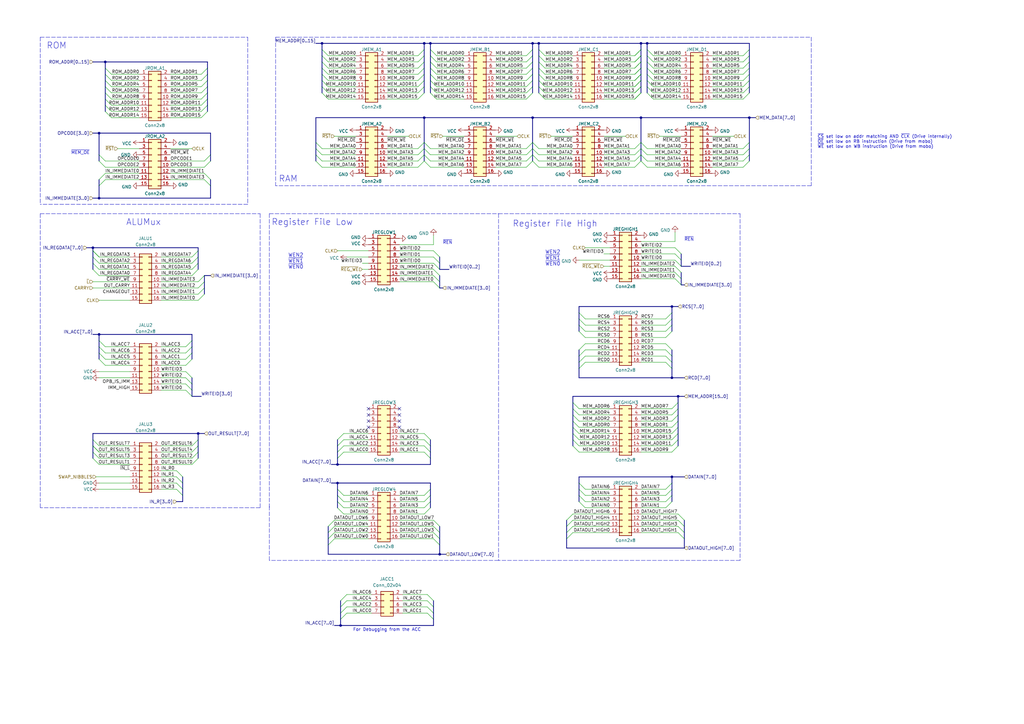
<source format=kicad_sch>
(kicad_sch (version 20211123) (generator eeschema)
  (paper "A3")
  (junction (at 132.08 17.78))
  (junction (at 218.44 17.78))
  (junction (at 40.64 81.28))
  (junction (at 81.28 177.8))
  (junction (at 275.59 125.73))
  (junction (at 220.98 17.78))
  (junction (at 176.53 17.78))
  (junction (at 262.89 48.26))
  (junction (at 180.34 227.33))
  (junction (at 275.59 154.94))
  (junction (at 307.34 48.26))
  (junction (at 139.7 256.54))
  (junction (at 43.18 25.4))
  (junction (at 38.1 101.6))
  (junction (at 262.89 17.78))
  (junction (at 173.99 48.26))
  (junction (at 265.43 17.78))
  (junction (at 40.64 137.16))
  (junction (at 40.64 54.61))
  (junction (at 275.59 195.58))
  (junction (at 278.13 162.56))
  (junction (at 138.43 190.5))
  (junction (at 218.44 48.26))
  (junction (at 138.43 198.12))
  (junction (at 173.99 17.78))
  (no_connect (at 163.83 172.72))
  (no_connect (at 163.83 175.26))
  (no_connect (at 163.83 170.18))
  (no_connect (at 151.13 175.26))
  (no_connect (at 163.83 167.64))
  (no_connect (at 151.13 172.72))
  (no_connect (at 151.13 170.18))
  (no_connect (at 151.13 167.64))
  (bus_entry (at 83.82 68.58) (size 2.54 -2.54))
  (bus_entry (at 43.18 43.18) (size 2.54 2.54))
  (bus_entry (at 240.03 203.2) (size -2.54 -2.54))
  (bus_entry (at 234.95 213.36) (size -2.54 2.54))
  (bus_entry (at 215.9 33.02) (size 2.54 -2.54))
  (bus_entry (at 276.86 114.3) (size 2.54 2.54))
  (bus_entry (at 220.98 20.32) (size 2.54 2.54))
  (bus_entry (at 234.95 215.9) (size -2.54 2.54))
  (bus_entry (at 240.03 140.97) (size -2.54 2.54))
  (bus_entry (at 220.98 60.96) (size -2.54 -2.54))
  (bus_entry (at 43.18 35.56) (size 2.54 2.54))
  (bus_entry (at 240.03 130.81) (size -2.54 -2.54))
  (bus_entry (at 138.43 180.34) (size 2.54 -2.54))
  (bus_entry (at 260.35 30.48) (size 2.54 -2.54))
  (bus_entry (at 140.97 203.2) (size -2.54 -2.54))
  (bus_entry (at 171.45 63.5) (size 2.54 -2.54))
  (bus_entry (at 38.1 187.96) (size 2.54 2.54))
  (bus_entry (at 273.05 205.74) (size 2.54 -2.54))
  (bus_entry (at 38.1 102.87) (size 2.54 2.54))
  (bus_entry (at 132.08 38.1) (size 2.54 2.54))
  (bus_entry (at 40.64 142.24) (size 2.54 2.54))
  (bus_entry (at 280.67 215.9) (size -2.54 -2.54))
  (bus_entry (at 265.43 60.96) (size -2.54 -2.54))
  (bus_entry (at 137.16 215.9) (size -2.54 2.54))
  (bus_entry (at 275.59 182.88) (size 2.54 -2.54))
  (bus_entry (at 173.99 205.74) (size 2.54 -2.54))
  (bus_entry (at 138.43 182.88) (size 2.54 -2.54))
  (bus_entry (at 240.03 208.28) (size -2.54 -2.54))
  (bus_entry (at 78.74 154.94) (size -2.54 -2.54))
  (bus_entry (at 265.43 63.5) (size -2.54 -2.54))
  (bus_entry (at 74.93 195.58) (size -2.54 -2.54))
  (bus_entry (at 176.53 68.58) (size -2.54 -2.54))
  (bus_entry (at 173.99 180.34) (size 2.54 2.54))
  (bus_entry (at 260.35 35.56) (size 2.54 -2.54))
  (bus_entry (at 240.03 133.35) (size -2.54 -2.54))
  (bus_entry (at 265.43 33.02) (size 2.54 2.54))
  (bus_entry (at 220.98 68.58) (size -2.54 -2.54))
  (bus_entry (at 273.05 203.2) (size 2.54 -2.54))
  (bus_entry (at 43.18 68.58) (size -2.54 -2.54))
  (bus_entry (at 83.82 120.65) (size -2.54 2.54))
  (bus_entry (at 304.8 66.04) (size 2.54 -2.54))
  (bus_entry (at 237.49 170.18) (size -2.54 -2.54))
  (bus_entry (at 260.35 25.4) (size 2.54 -2.54))
  (bus_entry (at 220.98 66.04) (size -2.54 -2.54))
  (bus_entry (at 81.28 180.34) (size -2.54 2.54))
  (bus_entry (at 237.49 151.13) (size 2.54 -2.54))
  (bus_entry (at 40.64 185.42) (size -2.54 -2.54))
  (bus_entry (at 275.59 170.18) (size 2.54 -2.54))
  (bus_entry (at 132.08 20.32) (size 2.54 2.54))
  (bus_entry (at 171.45 22.86) (size 2.54 -2.54))
  (bus_entry (at 81.28 187.96) (size -2.54 2.54))
  (bus_entry (at 260.35 30.48) (size 2.54 -2.54))
  (bus_entry (at 237.49 175.26) (size -2.54 -2.54))
  (bus_entry (at 237.49 180.34) (size -2.54 -2.54))
  (bus_entry (at 140.97 208.28) (size -2.54 -2.54))
  (bus_entry (at 265.43 66.04) (size -2.54 -2.54))
  (bus_entry (at 260.35 40.64) (size 2.54 -2.54))
  (bus_entry (at 265.43 25.4) (size 2.54 2.54))
  (bus_entry (at 260.35 38.1) (size 2.54 -2.54))
  (bus_entry (at 260.35 35.56) (size 2.54 -2.54))
  (bus_entry (at 82.55 40.64) (size 2.54 -2.54))
  (bus_entry (at 240.03 200.66) (size -2.54 -2.54))
  (bus_entry (at 81.28 182.88) (size -2.54 2.54))
  (bus_entry (at 304.8 30.48) (size 2.54 -2.54))
  (bus_entry (at 173.99 210.82) (size 2.54 -2.54))
  (bus_entry (at 82.55 48.26) (size 2.54 -2.54))
  (bus_entry (at 78.74 105.41) (size 2.54 -2.54))
  (bus_entry (at 171.45 68.58) (size 2.54 -2.54))
  (bus_entry (at 81.28 185.42) (size -2.54 2.54))
  (bus_entry (at 260.35 66.04) (size 2.54 -2.54))
  (bus_entry (at 82.55 33.02) (size 2.54 -2.54))
  (bus_entry (at 275.59 177.8) (size 2.54 -2.54))
  (bus_entry (at 215.9 25.4) (size 2.54 -2.54))
  (bus_entry (at 260.35 27.94) (size 2.54 -2.54))
  (bus_entry (at 273.05 140.97) (size 2.54 2.54))
  (bus_entry (at 43.18 71.12) (size -2.54 2.54))
  (bus_entry (at 220.98 33.02) (size 2.54 2.54))
  (bus_entry (at 171.45 30.48) (size 2.54 -2.54))
  (bus_entry (at 76.2 147.32) (size 2.54 -2.54))
  (bus_entry (at 173.99 208.28) (size 2.54 -2.54))
  (bus_entry (at 74.93 200.66) (size -2.54 -2.54))
  (bus_entry (at 177.8 105.41) (size 2.54 2.54))
  (bus_entry (at 180.34 223.52) (size -2.54 -2.54))
  (bus_entry (at 273.05 135.89) (size 2.54 -2.54))
  (bus_entry (at 177.8 107.95) (size 2.54 2.54))
  (bus_entry (at 240.03 143.51) (size -2.54 2.54))
  (bus_entry (at 176.53 27.94) (size 2.54 2.54))
  (bus_entry (at 220.98 63.5) (size -2.54 -2.54))
  (bus_entry (at 180.34 220.98) (size -2.54 -2.54))
  (bus_entry (at 176.53 22.86) (size 2.54 2.54))
  (bus_entry (at 38.1 182.88) (size 2.54 2.54))
  (bus_entry (at 215.9 66.04) (size 2.54 -2.54))
  (bus_entry (at 171.45 60.96) (size 2.54 -2.54))
  (bus_entry (at 132.08 35.56) (size 2.54 2.54))
  (bus_entry (at 83.82 73.66) (size 2.54 2.54))
  (bus_entry (at 273.05 200.66) (size 2.54 -2.54))
  (bus_entry (at 260.35 22.86) (size 2.54 -2.54))
  (bus_entry (at 276.86 104.14) (size 2.54 2.54))
  (bus_entry (at 304.8 40.64) (size 2.54 -2.54))
  (bus_entry (at 260.35 27.94) (size 2.54 -2.54))
  (bus_entry (at 171.45 40.64) (size 2.54 -2.54))
  (bus_entry (at 173.99 182.88) (size 2.54 2.54))
  (bus_entry (at 220.98 22.86) (size 2.54 2.54))
  (bus_entry (at 175.26 243.84) (size 2.54 2.54))
  (bus_entry (at 180.34 218.44) (size -2.54 -2.54))
  (bus_entry (at 82.55 35.56) (size 2.54 -2.54))
  (bus_entry (at 215.9 60.96) (size 2.54 -2.54))
  (bus_entry (at 43.18 33.02) (size 2.54 2.54))
  (bus_entry (at 76.2 144.78) (size 2.54 -2.54))
  (bus_entry (at 275.59 185.42) (size 2.54 -2.54))
  (bus_entry (at 260.35 60.96) (size 2.54 -2.54))
  (bus_entry (at 176.53 60.96) (size -2.54 -2.54))
  (bus_entry (at 173.99 185.42) (size 2.54 2.54))
  (bus_entry (at 176.53 30.48) (size 2.54 2.54))
  (bus_entry (at 38.1 185.42) (size 2.54 2.54))
  (bus_entry (at 304.8 68.58) (size 2.54 -2.54))
  (bus_entry (at 132.08 22.86) (size 2.54 2.54))
  (bus_entry (at 265.43 35.56) (size 2.54 2.54))
  (bus_entry (at 275.59 175.26) (size 2.54 -2.54))
  (bus_entry (at 137.16 213.36) (size -2.54 2.54))
  (bus_entry (at 83.82 113.03) (size -2.54 2.54))
  (bus_entry (at 276.86 101.6) (size 2.54 2.54))
  (bus_entry (at 132.08 66.04) (size -2.54 -2.54))
  (bus_entry (at 173.99 177.8) (size 2.54 2.54))
  (bus_entry (at 74.93 198.12) (size -2.54 -2.54))
  (bus_entry (at 173.99 203.2) (size 2.54 -2.54))
  (bus_entry (at 78.74 107.95) (size 2.54 -2.54))
  (bus_entry (at 176.53 66.04) (size -2.54 -2.54))
  (bus_entry (at 40.64 139.7) (size 2.54 2.54))
  (bus_entry (at 237.49 182.88) (size -2.54 -2.54))
  (bus_entry (at 132.08 68.58) (size -2.54 -2.54))
  (bus_entry (at 215.9 40.64) (size 2.54 -2.54))
  (bus_entry (at 177.8 113.03) (size 2.54 2.54))
  (bus_entry (at 265.43 20.32) (size 2.54 2.54))
  (bus_entry (at 171.45 25.4) (size 2.54 -2.54))
  (bus_entry (at 171.45 38.1) (size 2.54 -2.54))
  (bus_entry (at 132.08 33.02) (size 2.54 2.54))
  (bus_entry (at 43.18 45.72) (size 2.54 2.54))
  (bus_entry (at 260.35 38.1) (size 2.54 -2.54))
  (bus_entry (at 43.18 66.04) (size -2.54 -2.54))
  (bus_entry (at 180.34 215.9) (size -2.54 -2.54))
  (bus_entry (at 260.35 25.4) (size 2.54 -2.54))
  (bus_entry (at 220.98 25.4) (size 2.54 2.54))
  (bus_entry (at 139.7 246.38) (size 2.54 -2.54))
  (bus_entry (at 177.8 115.57) (size 2.54 2.54))
  (bus_entry (at 132.08 25.4) (size 2.54 2.54))
  (bus_entry (at 139.7 254) (size 2.54 -2.54))
  (bus_entry (at 304.8 35.56) (size 2.54 -2.54))
  (bus_entry (at 260.35 63.5) (size 2.54 -2.54))
  (bus_entry (at 275.59 180.34) (size 2.54 -2.54))
  (bus_entry (at 304.8 63.5) (size 2.54 -2.54))
  (bus_entry (at 176.53 38.1) (size 2.54 2.54))
  (bus_entry (at 280.67 218.44) (size -2.54 -2.54))
  (bus_entry (at 220.98 27.94) (size 2.54 2.54))
  (bus_entry (at 43.18 27.94) (size 2.54 2.54))
  (bus_entry (at 83.82 118.11) (size -2.54 2.54))
  (bus_entry (at 276.86 109.22) (size 2.54 2.54))
  (bus_entry (at 234.95 210.82) (size -2.54 2.54))
  (bus_entry (at 240.03 146.05) (size -2.54 2.54))
  (bus_entry (at 43.18 73.66) (size -2.54 2.54))
  (bus_entry (at 138.43 187.96) (size 2.54 -2.54))
  (bus_entry (at 176.53 63.5) (size -2.54 -2.54))
  (bus_entry (at 265.43 30.48) (size 2.54 2.54))
  (bus_entry (at 139.7 248.92) (size 2.54 -2.54))
  (bus_entry (at 132.08 30.48) (size 2.54 2.54))
  (bus_entry (at 82.55 43.18) (size 2.54 -2.54))
  (bus_entry (at 171.45 27.94) (size 2.54 -2.54))
  (bus_entry (at 175.26 251.46) (size 2.54 2.54))
  (bus_entry (at 175.26 248.92) (size 2.54 2.54))
  (bus_entry (at 132.08 60.96) (size -2.54 -2.54))
  (bus_entry (at 260.35 40.64) (size 2.54 -2.54))
  (bus_entry (at 237.49 185.42) (size -2.54 -2.54))
  (bus_entry (at 304.8 27.94) (size 2.54 -2.54))
  (bus_entry (at 215.9 35.56) (size 2.54 -2.54))
  (bus_entry (at 43.18 38.1) (size 2.54 2.54))
  (bus_entry (at 40.64 105.41) (size -2.54 -2.54))
  (bus_entry (at 82.55 38.1) (size 2.54 -2.54))
  (bus_entry (at 280.67 213.36) (size -2.54 -2.54))
  (bus_entry (at 215.9 38.1) (size 2.54 -2.54))
  (bus_entry (at 137.16 218.44) (size -2.54 2.54))
  (bus_entry (at 176.53 25.4) (size 2.54 2.54))
  (bus_entry (at 280.67 220.98) (size -2.54 -2.54))
  (bus_entry (at 78.74 110.49) (size 2.54 -2.54))
  (bus_entry (at 40.64 147.32) (size 2.54 2.54))
  (bus_entry (at 304.8 25.4) (size 2.54 -2.54))
  (bus_entry (at 237.49 172.72) (size -2.54 -2.54))
  (bus_entry (at 76.2 142.24) (size 2.54 -2.54))
  (bus_entry (at 137.16 220.98) (size -2.54 2.54))
  (bus_entry (at 237.49 167.64) (size -2.54 -2.54))
  (bus_entry (at 83.82 66.04) (size 2.54 -2.54))
  (bus_entry (at 273.05 130.81) (size 2.54 -2.54))
  (bus_entry (at 240.03 135.89) (size -2.54 -2.54))
  (bus_entry (at 177.8 110.49) (size 2.54 2.54))
  (bus_entry (at 43.18 30.48) (size 2.54 2.54))
  (bus_entry (at 78.74 113.03) (size 2.54 -2.54))
  (bus_entry (at 220.98 30.48) (size 2.54 2.54))
  (bus_entry (at 176.53 35.56) (size 2.54 2.54))
  (bus_entry (at 260.35 33.02) (size 2.54 -2.54))
  (bus_entry (at 240.03 138.43) (size -2.54 -2.54))
  (bus_entry (at 304.8 33.02) (size 2.54 -2.54))
  (bus_entry (at 76.2 149.86) (size 2.54 -2.54))
  (bus_entry (at 140.97 210.82) (size -2.54 -2.54))
  (bus_entry (at 273.05 208.28) (size 2.54 -2.54))
  (bus_entry (at 171.45 66.04) (size 2.54 -2.54))
  (bus_entry (at 265.43 22.86) (size 2.54 2.54))
  (bus_entry (at 234.95 218.44) (size -2.54 2.54))
  (bus_entry (at 304.8 22.86) (size 2.54 -2.54))
  (bus_entry (at 273.05 133.35) (size 2.54 -2.54))
  (bus_entry (at 234.95 175.26) (size 2.54 2.54))
  (bus_entry (at 260.35 33.02) (size 2.54 -2.54))
  (bus_entry (at 40.64 113.03) (size -2.54 -2.54))
  (bus_entry (at 260.35 22.86) (size 2.54 -2.54))
  (bus_entry (at 215.9 22.86) (size 2.54 -2.54))
  (bus_entry (at 83.82 71.12) (size 2.54 2.54))
  (bus_entry (at 132.08 63.5) (size -2.54 -2.54))
  (bus_entry (at 273.05 143.51) (size 2.54 2.54))
  (bus_entry (at 275.59 167.64) (size 2.54 -2.54))
  (bus_entry (at 171.45 33.02) (size 2.54 -2.54))
  (bus_entry (at 40.64 144.78) (size 2.54 2.54))
  (bus_entry (at 220.98 38.1) (size 2.54 2.54))
  (bus_entry (at 240.03 205.74) (size -2.54 -2.54))
  (bus_entry (at 78.74 160.02) (size -2.54 -2.54))
  (bus_entry (at 215.9 63.5) (size 2.54 -2.54))
  (bus_entry (at 265.43 68.58) (size -2.54 -2.54))
  (bus_entry (at 273.05 148.59) (size 2.54 2.54))
  (bus_entry (at 171.45 35.56) (size 2.54 -2.54))
  (bus_entry (at 304.8 60.96) (size 2.54 -2.54))
  (bus_entry (at 43.18 40.64) (size 2.54 2.54))
  (bus_entry (at 40.64 110.49) (size -2.54 -2.54))
  (bus_entry (at 275.59 172.72) (size 2.54 -2.54))
  (bus_entry (at 177.8 102.87) (size 2.54 2.54))
  (bus_entry (at 82.55 45.72) (size 2.54 -2.54))
  (bus_entry (at 82.55 30.48) (size 2.54 -2.54))
  (bus_entry (at 273.05 138.43) (size 2.54 -2.54))
  (bus_entry (at 138.43 185.42) (size 2.54 -2.54))
  (bus_entry (at 40.64 107.95) (size -2.54 -2.54))
  (bus_entry (at 132.08 27.94) (size 2.54 2.54))
  (bus_entry (at 265.43 27.94) (size 2.54 2.54))
  (bus_entry (at 304.8 38.1) (size 2.54 -2.54))
  (bus_entry (at 140.97 205.74) (size -2.54 -2.54))
  (bus_entry (at 276.86 111.76) (size 2.54 2.54))
  (bus_entry (at 83.82 115.57) (size -2.54 2.54))
  (bus_entry (at 276.86 106.68) (size 2.54 2.54))
  (bus_entry (at 215.9 27.94) (size 2.54 -2.54))
  (bus_entry (at 215.9 68.58) (size 2.54 -2.54))
  (bus_entry (at 176.53 20.32) (size 2.54 2.54))
  (bus_entry (at 74.93 203.2) (size -2.54 -2.54))
  (bus_entry (at 260.35 68.58) (size 2.54 -2.54))
  (bus_entry (at 265.43 38.1) (size 2.54 2.54))
  (bus_entry (at 78.74 162.56) (size -2.54 -2.54))
  (bus_entry (at 273.05 146.05) (size 2.54 2.54))
  (bus_entry (at 78.74 157.48) (size -2.54 -2.54))
  (bus_entry (at 215.9 30.48) (size 2.54 -2.54))
  (bus_entry (at 220.98 35.56) (size 2.54 2.54))
  (bus_entry (at 175.26 246.38) (size 2.54 2.54))
  (bus_entry (at 176.53 33.02) (size 2.54 2.54))
  (bus_entry (at 38.1 180.34) (size 2.54 2.54))
  (bus_entry (at 139.7 251.46) (size 2.54 -2.54))
  (wire (pts (xy 140.97 208.28) (xy 151.13 208.28)))
  (wire (pts (xy 276.86 101.6) (xy 262.89 101.6)))
  (wire (pts (xy 262.89 205.74) (xy 273.05 205.74)))
  (bus (pts (xy 278.13 175.26) (xy 278.13 172.72)))
  (wire (pts (xy 165.1 243.84) (xy 175.26 243.84)))
  (bus (pts (xy 220.98 20.32) (xy 220.98 22.86)))
  (bus (pts (xy 173.99 30.48) (xy 173.99 33.02)))
  (bus (pts (xy 129.54 63.5) (xy 129.54 66.04)))
  (bus (pts (xy 262.89 22.86) (xy 262.89 25.4)))
  (wire (pts (xy 69.85 35.56) (xy 82.55 35.56)))
  (bus (pts (xy 275.59 135.89) (xy 275.59 133.35)))
  (wire (pts (xy 72.39 193.04) (xy 66.04 193.04)))
  (bus (pts (xy 78.74 160.02) (xy 78.74 157.48)))
  (bus (pts (xy 78.74 157.48) (xy 78.74 154.94)))
  (bus (pts (xy 176.53 35.56) (xy 176.53 38.1)))
  (bus (pts (xy 265.43 17.78) (xy 265.43 20.32)))
  (wire (pts (xy 278.13 215.9) (xy 262.89 215.9)))
  (bus (pts (xy 85.09 40.64) (xy 85.09 43.18)))
  (bus (pts (xy 218.44 60.96) (xy 218.44 63.5)))
  (bus (pts (xy 86.36 54.61) (xy 86.36 63.5)))
  (wire (pts (xy 142.24 243.84) (xy 152.4 243.84)))
  (bus (pts (xy 237.49 135.89) (xy 237.49 133.35)))
  (wire (pts (xy 262.89 148.59) (xy 273.05 148.59)))
  (wire (pts (xy 203.2 25.4) (xy 215.9 25.4)))
  (wire (pts (xy 76.2 142.24) (xy 66.04 142.24)))
  (bus (pts (xy 279.4 116.84) (xy 280.67 116.84)))
  (bus (pts (xy 279.4 106.68) (xy 279.4 109.22)))
  (bus (pts (xy 83.82 118.11) (xy 83.82 120.65)))
  (bus (pts (xy 83.82 115.57) (xy 83.82 118.11)))
  (bus (pts (xy 139.7 251.46) (xy 139.7 248.92)))
  (polyline (pts (xy 106.68 87.63) (xy 106.68 208.28)))
  (wire (pts (xy 177.8 215.9) (xy 163.83 215.9)))
  (bus (pts (xy 237.49 133.35) (xy 237.49 130.81)))
  (bus (pts (xy 234.95 167.64) (xy 234.95 170.18)))
  (bus (pts (xy 180.34 215.9) (xy 180.34 218.44)))
  (wire (pts (xy 173.99 185.42) (xy 163.83 185.42)))
  (bus (pts (xy 278.13 172.72) (xy 278.13 170.18)))
  (bus (pts (xy 138.43 182.88) (xy 138.43 180.34)))
  (wire (pts (xy 262.89 210.82) (xy 278.13 210.82)))
  (bus (pts (xy 220.98 22.86) (xy 220.98 25.4)))
  (bus (pts (xy 275.59 128.27) (xy 275.59 125.73)))
  (wire (pts (xy 72.39 195.58) (xy 66.04 195.58)))
  (wire (pts (xy 69.85 30.48) (xy 82.55 30.48)))
  (bus (pts (xy 307.34 58.42) (xy 307.34 60.96)))
  (wire (pts (xy 278.13 213.36) (xy 262.89 213.36)))
  (bus (pts (xy 262.89 48.26) (xy 307.34 48.26)))
  (wire (pts (xy 163.83 203.2) (xy 173.99 203.2)))
  (bus (pts (xy 307.34 48.26) (xy 307.34 58.42)))
  (wire (pts (xy 66.04 110.49) (xy 78.74 110.49)))
  (wire (pts (xy 203.2 60.96) (xy 215.9 60.96)))
  (wire (pts (xy 45.72 38.1) (xy 57.15 38.1)))
  (wire (pts (xy 66.04 187.96) (xy 78.74 187.96)))
  (wire (pts (xy 69.85 33.02) (xy 82.55 33.02)))
  (wire (pts (xy 181.61 55.88) (xy 190.5 55.88)))
  (wire (pts (xy 66.04 154.94) (xy 76.2 154.94)))
  (bus (pts (xy 173.99 60.96) (xy 173.99 63.5)))
  (wire (pts (xy 137.16 218.44) (xy 151.13 218.44)))
  (bus (pts (xy 237.49 148.59) (xy 237.49 151.13)))
  (bus (pts (xy 40.64 137.16) (xy 78.74 137.16)))
  (bus (pts (xy 184.15 110.49) (xy 180.34 110.49)))
  (wire (pts (xy 53.34 110.49) (xy 40.64 110.49)))
  (wire (pts (xy 158.75 60.96) (xy 171.45 60.96)))
  (polyline (pts (xy 16.51 87.63) (xy 16.51 208.28)))
  (wire (pts (xy 43.18 73.66) (xy 57.15 73.66)))
  (bus (pts (xy 278.13 175.26) (xy 278.13 177.8)))
  (bus (pts (xy 262.89 63.5) (xy 262.89 66.04)))
  (wire (pts (xy 223.52 27.94) (xy 234.95 27.94)))
  (wire (pts (xy 140.97 180.34) (xy 151.13 180.34)))
  (wire (pts (xy 234.95 215.9) (xy 250.19 215.9)))
  (bus (pts (xy 134.62 227.33) (xy 180.34 227.33)))
  (wire (pts (xy 220.98 66.04) (xy 234.95 66.04)))
  (bus (pts (xy 138.43 187.96) (xy 138.43 185.42)))
  (bus (pts (xy 177.8 246.38) (xy 177.8 248.92)))
  (wire (pts (xy 240.03 148.59) (xy 250.19 148.59)))
  (bus (pts (xy 43.18 25.4) (xy 43.18 27.94)))
  (wire (pts (xy 223.52 30.48) (xy 234.95 30.48)))
  (wire (pts (xy 240.03 203.2) (xy 250.19 203.2)))
  (wire (pts (xy 66.04 185.42) (xy 78.74 185.42)))
  (wire (pts (xy 250.19 146.05) (xy 240.03 146.05)))
  (wire (pts (xy 43.18 71.12) (xy 57.15 71.12)))
  (bus (pts (xy 280.67 213.36) (xy 280.67 215.9)))
  (bus (pts (xy 275.59 154.94) (xy 275.59 151.13)))
  (bus (pts (xy 232.41 224.79) (xy 232.41 220.98)))
  (wire (pts (xy 247.65 60.96) (xy 260.35 60.96)))
  (bus (pts (xy 307.34 27.94) (xy 307.34 30.48)))
  (bus (pts (xy 265.43 22.86) (xy 265.43 25.4)))
  (bus (pts (xy 307.34 48.26) (xy 309.88 48.26)))
  (wire (pts (xy 250.19 177.8) (xy 237.49 177.8)))
  (wire (pts (xy 53.34 190.5) (xy 40.64 190.5)))
  (bus (pts (xy 278.13 162.56) (xy 280.67 162.56)))
  (bus (pts (xy 81.28 101.6) (xy 38.1 101.6)))
  (bus (pts (xy 218.44 48.26) (xy 262.89 48.26)))
  (bus (pts (xy 234.95 162.56) (xy 278.13 162.56)))
  (wire (pts (xy 292.1 63.5) (xy 304.8 63.5)))
  (bus (pts (xy 279.4 114.3) (xy 279.4 116.84)))
  (wire (pts (xy 262.89 111.76) (xy 276.86 111.76)))
  (bus (pts (xy 176.53 200.66) (xy 176.53 198.12)))
  (wire (pts (xy 247.65 40.64) (xy 260.35 40.64)))
  (wire (pts (xy 247.65 38.1) (xy 260.35 38.1)))
  (wire (pts (xy 69.85 66.04) (xy 83.82 66.04)))
  (bus (pts (xy 177.8 251.46) (xy 177.8 254)))
  (wire (pts (xy 175.26 248.92) (xy 165.1 248.92)))
  (bus (pts (xy 265.43 20.32) (xy 265.43 22.86)))
  (wire (pts (xy 177.8 100.33) (xy 163.83 100.33)))
  (bus (pts (xy 40.64 66.04) (xy 40.64 63.5)))
  (bus (pts (xy 38.1 177.8) (xy 38.1 180.34)))
  (bus (pts (xy 176.53 185.42) (xy 176.53 187.96)))
  (bus (pts (xy 220.98 17.78) (xy 220.98 20.32)))
  (wire (pts (xy 39.37 195.58) (xy 53.34 195.58)))
  (bus (pts (xy 220.98 35.56) (xy 220.98 38.1)))
  (wire (pts (xy 292.1 40.64) (xy 304.8 40.64)))
  (bus (pts (xy 138.43 185.42) (xy 138.43 182.88)))
  (bus (pts (xy 307.34 63.5) (xy 307.34 66.04)))
  (bus (pts (xy 173.99 17.78) (xy 173.99 20.32)))
  (polyline (pts (xy 106.68 208.28) (xy 16.51 208.28)))
  (wire (pts (xy 203.2 30.48) (xy 215.9 30.48)))
  (bus (pts (xy 82.55 162.56) (xy 78.74 162.56)))
  (bus (pts (xy 38.1 25.4) (xy 43.18 25.4)))
  (wire (pts (xy 134.62 27.94) (xy 146.05 27.94)))
  (wire (pts (xy 45.72 48.26) (xy 57.15 48.26)))
  (bus (pts (xy 220.98 33.02) (xy 220.98 35.56)))
  (wire (pts (xy 163.83 113.03) (xy 177.8 113.03)))
  (wire (pts (xy 262.89 170.18) (xy 275.59 170.18)))
  (wire (pts (xy 220.98 68.58) (xy 234.95 68.58)))
  (bus (pts (xy 81.28 177.8) (xy 81.28 180.34)))
  (wire (pts (xy 158.75 66.04) (xy 171.45 66.04)))
  (wire (pts (xy 267.97 33.02) (xy 279.4 33.02)))
  (bus (pts (xy 43.18 38.1) (xy 43.18 40.64)))
  (wire (pts (xy 38.1 118.11) (xy 53.34 118.11)))
  (bus (pts (xy 234.95 165.1) (xy 234.95 167.64)))
  (bus (pts (xy 262.89 25.4) (xy 262.89 27.94)))
  (wire (pts (xy 250.19 180.34) (xy 237.49 180.34)))
  (bus (pts (xy 275.59 143.51) (xy 275.59 146.05)))
  (bus (pts (xy 262.89 20.32) (xy 262.89 22.86)))
  (wire (pts (xy 76.2 149.86) (xy 66.04 149.86)))
  (wire (pts (xy 267.97 27.94) (xy 279.4 27.94)))
  (bus (pts (xy 307.34 22.86) (xy 307.34 25.4)))
  (wire (pts (xy 158.75 55.88) (xy 167.64 55.88)))
  (wire (pts (xy 163.83 205.74) (xy 173.99 205.74)))
  (bus (pts (xy 262.89 48.26) (xy 262.89 58.42)))
  (wire (pts (xy 134.62 30.48) (xy 146.05 30.48)))
  (bus (pts (xy 85.09 43.18) (xy 85.09 45.72)))
  (wire (pts (xy 134.62 38.1) (xy 146.05 38.1)))
  (wire (pts (xy 40.64 200.66) (xy 53.34 200.66)))
  (wire (pts (xy 262.89 203.2) (xy 273.05 203.2)))
  (bus (pts (xy 262.89 35.56) (xy 262.89 38.1)))
  (bus (pts (xy 43.18 27.94) (xy 43.18 30.48)))
  (polyline (pts (xy 113.03 15.24) (xy 113.03 76.2)))
  (bus (pts (xy 85.09 35.56) (xy 85.09 38.1)))
  (wire (pts (xy 177.8 96.52) (xy 177.8 100.33)))
  (wire (pts (xy 163.83 102.87) (xy 177.8 102.87)))
  (bus (pts (xy 218.44 30.48) (xy 218.44 33.02)))
  (polyline (pts (xy 303.53 87.63) (xy 303.53 229.87)))
  (bus (pts (xy 278.13 182.88) (xy 278.13 180.34)))
  (bus (pts (xy 177.8 254) (xy 177.8 256.54)))
  (wire (pts (xy 69.85 48.26) (xy 82.55 48.26)))
  (wire (pts (xy 81.28 120.65) (xy 66.04 120.65)))
  (wire (pts (xy 203.2 40.64) (xy 215.9 40.64)))
  (wire (pts (xy 148.59 110.49) (xy 151.13 110.49)))
  (bus (pts (xy 134.62 215.9) (xy 134.62 218.44)))
  (bus (pts (xy 176.53 205.74) (xy 176.53 203.2)))
  (wire (pts (xy 240.03 205.74) (xy 250.19 205.74)))
  (bus (pts (xy 176.53 17.78) (xy 218.44 17.78)))
  (bus (pts (xy 237.49 125.73) (xy 237.49 128.27)))
  (wire (pts (xy 69.85 68.58) (xy 83.82 68.58)))
  (wire (pts (xy 140.97 177.8) (xy 151.13 177.8)))
  (bus (pts (xy 237.49 146.05) (xy 237.49 148.59)))
  (bus (pts (xy 275.59 195.58) (xy 280.67 195.58)))
  (wire (pts (xy 203.2 66.04) (xy 215.9 66.04)))
  (wire (pts (xy 158.75 22.86) (xy 171.45 22.86)))
  (bus (pts (xy 232.41 224.79) (xy 280.67 224.79)))
  (bus (pts (xy 265.43 25.4) (xy 265.43 27.94)))
  (wire (pts (xy 203.2 68.58) (xy 215.9 68.58)))
  (bus (pts (xy 180.34 218.44) (xy 180.34 220.98)))
  (wire (pts (xy 250.19 143.51) (xy 240.03 143.51)))
  (bus (pts (xy 40.64 142.24) (xy 40.64 144.78)))
  (wire (pts (xy 250.19 170.18) (xy 237.49 170.18)))
  (wire (pts (xy 267.97 22.86) (xy 279.4 22.86)))
  (bus (pts (xy 38.1 185.42) (xy 38.1 187.96)))
  (wire (pts (xy 262.89 130.81) (xy 273.05 130.81)))
  (bus (pts (xy 74.93 198.12) (xy 74.93 195.58)))
  (wire (pts (xy 76.2 147.32) (xy 66.04 147.32)))
  (polyline (pts (xy 303.53 229.87) (xy 204.47 229.87)))
  (wire (pts (xy 262.89 109.22) (xy 276.86 109.22)))
  (bus (pts (xy 180.34 105.41) (xy 180.34 107.95)))
  (wire (pts (xy 134.62 35.56) (xy 146.05 35.56)))
  (wire (pts (xy 292.1 66.04) (xy 304.8 66.04)))
  (bus (pts (xy 135.89 198.12) (xy 138.43 198.12)))
  (bus (pts (xy 218.44 27.94) (xy 218.44 30.48)))
  (bus (pts (xy 232.41 213.36) (xy 232.41 215.9)))
  (bus (pts (xy 132.08 33.02) (xy 132.08 35.56)))
  (wire (pts (xy 175.26 246.38) (xy 165.1 246.38)))
  (bus (pts (xy 173.99 17.78) (xy 176.53 17.78)))
  (bus (pts (xy 173.99 35.56) (xy 173.99 38.1)))
  (wire (pts (xy 240.03 200.66) (xy 250.19 200.66)))
  (wire (pts (xy 247.65 104.14) (xy 250.19 104.14)))
  (bus (pts (xy 81.28 102.87) (xy 81.28 105.41)))
  (bus (pts (xy 218.44 35.56) (xy 218.44 38.1)))
  (bus (pts (xy 38.1 54.61) (xy 40.64 54.61)))
  (bus (pts (xy 275.59 198.12) (xy 275.59 195.58)))
  (bus (pts (xy 218.44 17.78) (xy 218.44 20.32)))
  (wire (pts (xy 262.89 172.72) (xy 275.59 172.72)))
  (bus (pts (xy 38.1 81.28) (xy 40.64 81.28)))
  (bus (pts (xy 72.39 205.74) (xy 74.93 205.74)))
  (polyline (pts (xy 264.16 76.2) (xy 219.71 76.2)))
  (wire (pts (xy 158.75 68.58) (xy 171.45 68.58)))
  (polyline (pts (xy 110.49 87.63) (xy 110.49 208.28)))
  (wire (pts (xy 132.08 63.5) (xy 146.05 63.5)))
  (wire (pts (xy 140.97 182.88) (xy 151.13 182.88)))
  (bus (pts (xy 279.4 104.14) (xy 279.4 106.68)))
  (wire (pts (xy 267.97 35.56) (xy 279.4 35.56)))
  (wire (pts (xy 223.52 22.86) (xy 234.95 22.86)))
  (bus (pts (xy 81.28 177.8) (xy 83.82 177.8)))
  (wire (pts (xy 140.97 205.74) (xy 151.13 205.74)))
  (bus (pts (xy 129.54 17.78) (xy 132.08 17.78)))
  (wire (pts (xy 250.19 172.72) (xy 237.49 172.72)))
  (wire (pts (xy 132.08 66.04) (xy 146.05 66.04)))
  (polyline (pts (xy 101.6 15.24) (xy 101.6 83.82)))
  (wire (pts (xy 247.65 30.48) (xy 260.35 30.48)))
  (bus (pts (xy 81.28 107.95) (xy 81.28 110.49)))
  (wire (pts (xy 140.97 185.42) (xy 151.13 185.42)))
  (wire (pts (xy 43.18 142.24) (xy 53.34 142.24)))
  (bus (pts (xy 180.34 115.57) (xy 180.34 118.11)))
  (wire (pts (xy 40.64 154.94) (xy 53.34 154.94)))
  (wire (pts (xy 53.34 113.03) (xy 40.64 113.03)))
  (wire (pts (xy 179.07 38.1) (xy 190.5 38.1)))
  (bus (pts (xy 43.18 33.02) (xy 43.18 35.56)))
  (bus (pts (xy 275.59 203.2) (xy 275.59 200.66)))
  (wire (pts (xy 43.18 149.86) (xy 53.34 149.86)))
  (polyline (pts (xy 177.8 76.2) (xy 113.03 76.2)))
  (polyline (pts (xy 204.47 87.63) (xy 303.53 87.63)))
  (bus (pts (xy 137.16 256.54) (xy 139.7 256.54)))
  (bus (pts (xy 237.49 203.2) (xy 237.49 200.66)))
  (polyline (pts (xy 101.6 83.82) (xy 16.51 83.82)))
  (bus (pts (xy 176.53 203.2) (xy 176.53 200.66)))
  (bus (pts (xy 43.18 40.64) (xy 43.18 43.18)))
  (bus (pts (xy 139.7 254) (xy 139.7 251.46)))
  (wire (pts (xy 72.39 200.66) (xy 66.04 200.66)))
  (wire (pts (xy 220.98 60.96) (xy 234.95 60.96)))
  (wire (pts (xy 234.95 210.82) (xy 250.19 210.82)))
  (wire (pts (xy 262.89 114.3) (xy 276.86 114.3)))
  (bus (pts (xy 138.43 205.74) (xy 138.43 203.2)))
  (wire (pts (xy 158.75 63.5) (xy 171.45 63.5)))
  (wire (pts (xy 292.1 60.96) (xy 304.8 60.96)))
  (wire (pts (xy 247.65 27.94) (xy 260.35 27.94)))
  (bus (pts (xy 262.89 30.48) (xy 262.89 33.02)))
  (bus (pts (xy 262.89 33.02) (xy 262.89 35.56)))
  (wire (pts (xy 72.39 198.12) (xy 66.04 198.12)))
  (wire (pts (xy 134.62 22.86) (xy 146.05 22.86)))
  (bus (pts (xy 132.08 30.48) (xy 132.08 33.02)))
  (bus (pts (xy 81.28 185.42) (xy 81.28 182.88)))
  (polyline (pts (xy 16.51 15.24) (xy 16.51 83.82)))
  (bus (pts (xy 38.1 102.87) (xy 38.1 105.41)))
  (wire (pts (xy 292.1 38.1) (xy 304.8 38.1)))
  (bus (pts (xy 180.34 223.52) (xy 180.34 227.33)))
  (polyline (pts (xy 332.74 76.2) (xy 264.16 76.2)))
  (bus (pts (xy 232.41 218.44) (xy 232.41 220.98)))
  (wire (pts (xy 292.1 33.02) (xy 304.8 33.02)))
  (wire (pts (xy 177.8 218.44) (xy 163.83 218.44)))
  (wire (pts (xy 69.85 71.12) (xy 83.82 71.12)))
  (bus (pts (xy 132.08 27.94) (xy 132.08 30.48)))
  (bus (pts (xy 135.89 190.5) (xy 138.43 190.5)))
  (wire (pts (xy 179.07 27.94) (xy 190.5 27.94)))
  (wire (pts (xy 203.2 22.86) (xy 215.9 22.86)))
  (wire (pts (xy 134.62 33.02) (xy 146.05 33.02)))
  (bus (pts (xy 265.43 17.78) (xy 307.34 17.78)))
  (bus (pts (xy 280.67 218.44) (xy 280.67 220.98)))
  (wire (pts (xy 140.97 210.82) (xy 151.13 210.82)))
  (wire (pts (xy 69.85 43.18) (xy 82.55 43.18)))
  (wire (pts (xy 66.04 113.03) (xy 78.74 113.03)))
  (wire (pts (xy 273.05 138.43) (xy 262.89 138.43)))
  (bus (pts (xy 275.59 133.35) (xy 275.59 130.81)))
  (wire (pts (xy 240.03 101.6) (xy 250.19 101.6)))
  (wire (pts (xy 163.83 115.57) (xy 177.8 115.57)))
  (wire (pts (xy 158.75 30.48) (xy 171.45 30.48)))
  (wire (pts (xy 276.86 106.68) (xy 262.89 106.68)))
  (bus (pts (xy 307.34 25.4) (xy 307.34 27.94)))
  (bus (pts (xy 176.53 187.96) (xy 176.53 190.5)))
  (wire (pts (xy 270.51 55.88) (xy 279.4 55.88)))
  (wire (pts (xy 179.07 40.64) (xy 190.5 40.64)))
  (bus (pts (xy 220.98 30.48) (xy 220.98 33.02)))
  (bus (pts (xy 180.34 118.11) (xy 181.61 118.11)))
  (bus (pts (xy 218.44 25.4) (xy 218.44 27.94)))
  (wire (pts (xy 40.64 198.12) (xy 53.34 198.12)))
  (wire (pts (xy 69.85 40.64) (xy 82.55 40.64)))
  (bus (pts (xy 173.99 63.5) (xy 173.99 66.04)))
  (bus (pts (xy 86.36 81.28) (xy 40.64 81.28)))
  (wire (pts (xy 273.05 135.89) (xy 262.89 135.89)))
  (bus (pts (xy 237.49 130.81) (xy 237.49 128.27)))
  (wire (pts (xy 292.1 22.86) (xy 304.8 22.86)))
  (bus (pts (xy 176.53 208.28) (xy 176.53 205.74)))
  (bus (pts (xy 262.89 17.78) (xy 265.43 17.78)))
  (bus (pts (xy 176.53 22.86) (xy 176.53 25.4)))
  (bus (pts (xy 275.59 125.73) (xy 278.13 125.73)))
  (bus (pts (xy 38.1 180.34) (xy 38.1 182.88)))
  (wire (pts (xy 203.2 27.94) (xy 215.9 27.94)))
  (wire (pts (xy 292.1 27.94) (xy 304.8 27.94)))
  (wire (pts (xy 76.2 144.78) (xy 66.04 144.78)))
  (bus (pts (xy 138.43 200.66) (xy 138.43 198.12)))
  (wire (pts (xy 203.2 63.5) (xy 215.9 63.5)))
  (wire (pts (xy 66.04 190.5) (xy 78.74 190.5)))
  (wire (pts (xy 265.43 66.04) (xy 279.4 66.04)))
  (bus (pts (xy 307.34 60.96) (xy 307.34 63.5)))
  (wire (pts (xy 66.04 123.19) (xy 81.28 123.19)))
  (polyline (pts (xy 204.47 87.63) (xy 204.47 229.87)))
  (wire (pts (xy 158.75 33.02) (xy 171.45 33.02)))
  (bus (pts (xy 40.64 139.7) (xy 40.64 137.16)))
  (wire (pts (xy 265.43 60.96) (xy 279.4 60.96)))
  (bus (pts (xy 280.67 220.98) (xy 280.67 224.79)))
  (wire (pts (xy 292.1 35.56) (xy 304.8 35.56)))
  (wire (pts (xy 66.04 152.4) (xy 76.2 152.4)))
  (bus (pts (xy 132.08 22.86) (xy 132.08 25.4)))
  (bus (pts (xy 139.7 254) (xy 139.7 256.54)))
  (wire (pts (xy 142.24 248.92) (xy 152.4 248.92)))
  (bus (pts (xy 129.54 60.96) (xy 129.54 63.5)))
  (polyline (pts (xy 16.51 15.24) (xy 101.6 15.24)))
  (wire (pts (xy 43.18 66.04) (xy 57.15 66.04)))
  (polyline (pts (xy 113.03 15.24) (xy 177.8 15.24)))
  (wire (pts (xy 53.34 107.95) (xy 40.64 107.95)))
  (bus (pts (xy 38.1 137.16) (xy 40.64 137.16)))
  (bus (pts (xy 180.34 227.33) (xy 182.88 227.33)))
  (bus (pts (xy 40.64 76.2) (xy 40.64 81.28)))
  (wire (pts (xy 203.2 35.56) (xy 215.9 35.56)))
  (bus (pts (xy 134.62 223.52) (xy 134.62 227.33)))
  (wire (pts (xy 163.83 213.36) (xy 177.8 213.36)))
  (bus (pts (xy 78.74 162.56) (xy 78.74 160.02)))
  (bus (pts (xy 173.99 25.4) (xy 173.99 27.94)))
  (wire (pts (xy 262.89 143.51) (xy 273.05 143.51)))
  (wire (pts (xy 66.04 160.02) (xy 76.2 160.02)))
  (wire (pts (xy 276.86 99.06) (xy 262.89 99.06)))
  (wire (pts (xy 163.83 177.8) (xy 173.99 177.8)))
  (bus (pts (xy 218.44 63.5) (xy 218.44 66.04)))
  (bus (pts (xy 129.54 48.26) (xy 129.54 58.42)))
  (wire (pts (xy 223.52 35.56) (xy 234.95 35.56)))
  (bus (pts (xy 132.08 17.78) (xy 132.08 20.32)))
  (wire (pts (xy 234.95 213.36) (xy 250.19 213.36)))
  (bus (pts (xy 275.59 146.05) (xy 275.59 148.59)))
  (bus (pts (xy 173.99 33.02) (xy 173.99 35.56)))
  (wire (pts (xy 223.52 33.02) (xy 234.95 33.02)))
  (wire (pts (xy 137.16 213.36) (xy 151.13 213.36)))
  (wire (pts (xy 262.89 175.26) (xy 275.59 175.26)))
  (bus (pts (xy 81.28 185.42) (xy 81.28 187.96)))
  (wire (pts (xy 237.49 185.42) (xy 250.19 185.42)))
  (bus (pts (xy 173.99 48.26) (xy 218.44 48.26)))
  (bus (pts (xy 35.56 101.6) (xy 38.1 101.6)))
  (bus (pts (xy 218.44 33.02) (xy 218.44 35.56)))
  (wire (pts (xy 176.53 60.96) (xy 190.5 60.96)))
  (bus (pts (xy 279.4 111.76) (xy 279.4 114.3)))
  (bus (pts (xy 138.43 203.2) (xy 138.43 200.66)))
  (wire (pts (xy 138.43 102.87) (xy 151.13 102.87)))
  (wire (pts (xy 38.1 115.57) (xy 53.34 115.57)))
  (bus (pts (xy 307.34 35.56) (xy 307.34 38.1)))
  (bus (pts (xy 86.36 73.66) (xy 86.36 76.2)))
  (bus (pts (xy 173.99 48.26) (xy 173.99 58.42)))
  (wire (pts (xy 53.34 105.41) (xy 40.64 105.41)))
  (bus (pts (xy 232.41 215.9) (xy 232.41 218.44)))
  (wire (pts (xy 137.16 215.9) (xy 151.13 215.9)))
  (wire (pts (xy 173.99 182.88) (xy 163.83 182.88)))
  (wire (pts (xy 69.85 73.66) (xy 83.82 73.66)))
  (bus (pts (xy 132.08 35.56) (xy 132.08 38.1)))
  (bus (pts (xy 83.82 113.03) (xy 83.82 115.57)))
  (wire (pts (xy 179.07 35.56) (xy 190.5 35.56)))
  (bus (pts (xy 129.54 48.26) (xy 173.99 48.26)))
  (bus (pts (xy 262.89 60.96) (xy 262.89 63.5)))
  (wire (pts (xy 262.89 180.34) (xy 275.59 180.34)))
  (bus (pts (xy 40.64 63.5) (xy 40.64 54.61)))
  (bus (pts (xy 234.95 170.18) (xy 234.95 172.72)))
  (wire (pts (xy 45.72 45.72) (xy 57.15 45.72)))
  (bus (pts (xy 237.49 143.51) (xy 237.49 146.05)))
  (wire (pts (xy 276.86 104.14) (xy 262.89 104.14)))
  (wire (pts (xy 250.19 182.88) (xy 237.49 182.88)))
  (bus (pts (xy 265.43 30.48) (xy 265.43 33.02)))
  (bus (pts (xy 132.08 25.4) (xy 132.08 27.94)))
  (bus (pts (xy 176.53 20.32) (xy 176.53 22.86)))
  (wire (pts (xy 247.65 68.58) (xy 260.35 68.58)))
  (bus (pts (xy 85.09 27.94) (xy 85.09 30.48)))
  (wire (pts (xy 137.16 220.98) (xy 151.13 220.98)))
  (bus (pts (xy 283.21 109.22) (xy 279.4 109.22)))
  (bus (pts (xy 132.08 20.32) (xy 132.08 22.86)))
  (wire (pts (xy 134.62 40.64) (xy 146.05 40.64)))
  (wire (pts (xy 45.72 33.02) (xy 57.15 33.02)))
  (bus (pts (xy 234.95 182.88) (xy 234.95 180.34)))
  (bus (pts (xy 220.98 25.4) (xy 220.98 27.94)))
  (wire (pts (xy 173.99 180.34) (xy 163.83 180.34)))
  (bus (pts (xy 74.93 203.2) (xy 74.93 200.66)))
  (wire (pts (xy 240.03 130.81) (xy 250.19 130.81)))
  (wire (pts (xy 81.28 115.57) (xy 66.04 115.57)))
  (wire (pts (xy 66.04 182.88) (xy 78.74 182.88)))
  (bus (pts (xy 180.34 220.98) (xy 180.34 223.52)))
  (wire (pts (xy 240.03 133.35) (xy 250.19 133.35)))
  (bus (pts (xy 234.95 180.34) (xy 234.95 177.8)))
  (bus (pts (xy 139.7 256.54) (xy 177.8 256.54)))
  (bus (pts (xy 176.53 180.34) (xy 176.53 182.88)))
  (wire (pts (xy 177.8 220.98) (xy 163.83 220.98)))
  (wire (pts (xy 176.53 63.5) (xy 190.5 63.5)))
  (wire (pts (xy 43.18 144.78) (xy 53.34 144.78)))
  (bus (pts (xy 134.62 220.98) (xy 134.62 223.52)))
  (wire (pts (xy 40.64 123.19) (xy 53.34 123.19)))
  (bus (pts (xy 43.18 30.48) (xy 43.18 33.02)))
  (bus (pts (xy 173.99 58.42) (xy 173.99 60.96)))
  (bus (pts (xy 40.64 73.66) (xy 40.64 76.2)))
  (wire (pts (xy 223.52 25.4) (xy 234.95 25.4)))
  (bus (pts (xy 278.13 170.18) (xy 278.13 167.64)))
  (bus (pts (xy 40.64 54.61) (xy 86.36 54.61)))
  (bus (pts (xy 218.44 17.78) (xy 220.98 17.78)))
  (bus (pts (xy 278.13 180.34) (xy 278.13 177.8)))
  (wire (pts (xy 176.53 68.58) (xy 190.5 68.58)))
  (bus (pts (xy 139.7 248.92) (xy 139.7 246.38)))
  (wire (pts (xy 48.26 60.96) (xy 57.15 60.96)))
  (bus (pts (xy 262.89 58.42) (xy 262.89 60.96)))
  (bus (pts (xy 278.13 162.56) (xy 278.13 165.1)))
  (bus (pts (xy 81.28 102.87) (xy 81.28 101.6)))
  (bus (pts (xy 43.18 25.4) (xy 85.09 25.4)))
  (wire (pts (xy 223.52 38.1) (xy 234.95 38.1)))
  (wire (pts (xy 158.75 40.64) (xy 171.45 40.64)))
  (wire (pts (xy 43.18 147.32) (xy 53.34 147.32)))
  (bus (pts (xy 38.1 105.41) (xy 38.1 107.95)))
  (wire (pts (xy 267.97 38.1) (xy 279.4 38.1)))
  (bus (pts (xy 85.09 33.02) (xy 85.09 35.56)))
  (bus (pts (xy 180.34 107.95) (xy 180.34 110.49)))
  (wire (pts (xy 158.75 38.1) (xy 171.45 38.1)))
  (wire (pts (xy 132.08 68.58) (xy 146.05 68.58)))
  (wire (pts (xy 45.72 40.64) (xy 57.15 40.64)))
  (wire (pts (xy 148.59 107.95) (xy 151.13 107.95)))
  (bus (pts (xy 74.93 203.2) (xy 74.93 205.74)))
  (bus (pts (xy 86.36 63.5) (xy 86.36 66.04)))
  (bus (pts (xy 218.44 48.26) (xy 218.44 58.42)))
  (wire (pts (xy 247.65 25.4) (xy 260.35 25.4)))
  (bus (pts (xy 78.74 139.7) (xy 78.74 137.16)))
  (polyline (pts (xy 219.71 15.24) (xy 264.16 15.24)))
  (wire (pts (xy 262.89 177.8) (xy 275.59 177.8)))
  (wire (pts (xy 45.72 30.48) (xy 57.15 30.48)))
  (wire (pts (xy 69.85 60.96) (xy 78.74 60.96)))
  (bus (pts (xy 78.74 142.24) (xy 78.74 139.7)))
  (bus (pts (xy 78.74 147.32) (xy 78.74 144.78)))
  (wire (pts (xy 250.19 140.97) (xy 240.03 140.97)))
  (wire (pts (xy 163.83 107.95) (xy 177.8 107.95)))
  (bus (pts (xy 176.53 182.88) (xy 176.53 185.42)))
  (bus (pts (xy 275.59 130.81) (xy 275.59 128.27)))
  (wire (pts (xy 240.03 208.28) (xy 250.19 208.28)))
  (polyline (pts (xy 110.49 229.87) (xy 110.49 207.01)))
  (wire (pts (xy 69.85 38.1) (xy 82.55 38.1)))
  (bus (pts (xy 129.54 58.42) (xy 129.54 60.96)))
  (wire (pts (xy 240.03 135.89) (xy 250.19 135.89)))
  (bus (pts (xy 38.1 107.95) (xy 38.1 110.49)))
  (bus (pts (xy 218.44 20.32) (xy 218.44 22.86)))
  (wire (pts (xy 81.28 118.11) (xy 66.04 118.11)))
  (bus (pts (xy 85.09 25.4) (xy 85.09 27.94)))
  (bus (pts (xy 218.44 22.86) (xy 218.44 25.4)))
  (wire (pts (xy 250.19 175.26) (xy 237.49 175.26)))
  (wire (pts (xy 267.97 40.64) (xy 279.4 40.64)))
  (wire (pts (xy 237.49 106.68) (xy 250.19 106.68)))
  (bus (pts (xy 38.1 101.6) (xy 38.1 102.87)))
  (wire (pts (xy 292.1 55.88) (xy 300.99 55.88)))
  (bus (pts (xy 138.43 198.12) (xy 176.53 198.12)))
  (bus (pts (xy 173.99 22.86) (xy 173.99 25.4)))
  (wire (pts (xy 247.65 35.56) (xy 260.35 35.56)))
  (wire (pts (xy 203.2 33.02) (xy 215.9 33.02)))
  (bus (pts (xy 173.99 20.32) (xy 173.99 22.86)))
  (bus (pts (xy 234.95 162.56) (xy 234.95 165.1)))
  (wire (pts (xy 45.72 43.18) (xy 57.15 43.18)))
  (wire (pts (xy 262.89 140.97) (xy 273.05 140.97)))
  (wire (pts (xy 142.24 105.41) (xy 151.13 105.41)))
  (wire (pts (xy 140.97 203.2) (xy 151.13 203.2)))
  (wire (pts (xy 53.34 185.42) (xy 40.64 185.42)))
  (bus (pts (xy 86.36 113.03) (xy 83.82 113.03)))
  (bus (pts (xy 237.49 198.12) (xy 237.49 195.58)))
  (bus (pts (xy 234.95 175.26) (xy 234.95 172.72)))
  (bus (pts (xy 237.49 195.58) (xy 275.59 195.58)))
  (bus (pts (xy 173.99 27.94) (xy 173.99 30.48)))
  (wire (pts (xy 203.2 55.88) (xy 212.09 55.88)))
  (polyline (pts (xy 16.51 87.63) (xy 106.68 87.63)))
  (bus (pts (xy 275.59 200.66) (xy 275.59 198.12)))
  (wire (pts (xy 262.89 182.88) (xy 275.59 182.88)))
  (bus (pts (xy 43.18 43.18) (xy 43.18 45.72)))
  (wire (pts (xy 262.89 146.05) (xy 273.05 146.05)))
  (bus (pts (xy 262.89 27.94) (xy 262.89 30.48)))
  (bus (pts (xy 278.13 165.1) (xy 278.13 167.64)))
  (wire (pts (xy 175.26 251.46) (xy 165.1 251.46)))
  (bus (pts (xy 237.49 205.74) (xy 237.49 203.2)))
  (wire (pts (xy 240.03 138.43) (xy 250.19 138.43)))
  (wire (pts (xy 262.89 200.66) (xy 273.05 200.66)))
  (wire (pts (xy 163.83 110.49) (xy 177.8 110.49)))
  (wire (pts (xy 247.65 66.04) (xy 260.35 66.04)))
  (wire (pts (xy 134.62 25.4) (xy 146.05 25.4)))
  (bus (pts (xy 86.36 76.2) (xy 86.36 81.28)))
  (bus (pts (xy 176.53 17.78) (xy 176.53 20.32)))
  (bus (pts (xy 237.49 200.66) (xy 237.49 198.12)))
  (bus (pts (xy 134.62 218.44) (xy 134.62 220.98)))
  (wire (pts (xy 179.07 30.48) (xy 190.5 30.48)))
  (wire (pts (xy 43.18 68.58) (xy 57.15 68.58)))
  (wire (pts (xy 53.34 182.88) (xy 40.64 182.88)))
  (wire (pts (xy 262.89 185.42) (xy 275.59 185.42)))
  (bus (pts (xy 265.43 27.94) (xy 265.43 30.48)))
  (bus (pts (xy 138.43 208.28) (xy 138.43 205.74)))
  (wire (pts (xy 276.86 95.25) (xy 276.86 99.06)))
  (wire (pts (xy 247.65 63.5) (xy 260.35 63.5)))
  (wire (pts (xy 203.2 38.1) (xy 215.9 38.1)))
  (bus (pts (xy 78.74 144.78) (xy 78.74 142.24)))
  (bus (pts (xy 265.43 35.56) (xy 265.43 38.1)))
  (bus (pts (xy 218.44 58.42) (xy 218.44 60.96)))
  (wire (pts (xy 66.04 105.41) (xy 78.74 105.41)))
  (bus (pts (xy 132.08 17.78) (xy 173.99 17.78)))
  (wire (pts (xy 176.53 66.04) (xy 190.5 66.04)))
  (wire (pts (xy 179.07 22.86) (xy 190.5 22.86)))
  (wire (pts (xy 142.24 246.38) (xy 152.4 246.38)))
  (wire (pts (xy 137.16 55.88) (xy 146.05 55.88)))
  (bus (pts (xy 307.34 17.78) (xy 307.34 20.32)))
  (bus (pts (xy 81.28 105.41) (xy 81.28 107.95)))
  (wire (pts (xy 163.83 105.41) (xy 177.8 105.41)))
  (wire (pts (xy 265.43 63.5) (xy 279.4 63.5)))
  (bus (pts (xy 138.43 190.5) (xy 176.53 190.5)))
  (wire (pts (xy 163.83 210.82) (xy 173.99 210.82)))
  (bus (pts (xy 237.49 125.73) (xy 275.59 125.73)))
  (bus (pts (xy 176.53 33.02) (xy 176.53 35.56)))
  (wire (pts (xy 273.05 133.35) (xy 262.89 133.35)))
  (bus (pts (xy 85.09 30.48) (xy 85.09 33.02)))
  (wire (pts (xy 132.08 60.96) (xy 146.05 60.96)))
  (wire (pts (xy 69.85 45.72) (xy 82.55 45.72)))
  (bus (pts (xy 307.34 20.32) (xy 307.34 22.86)))
  (wire (pts (xy 40.64 152.4) (xy 53.34 152.4)))
  (bus (pts (xy 280.67 215.9) (xy 280.67 218.44)))
  (wire (pts (xy 250.19 167.64) (xy 237.49 167.64)))
  (wire (pts (xy 66.04 157.48) (xy 76.2 157.48)))
  (polyline (pts (xy 204.47 229.87) (xy 110.49 229.87)))
  (polyline (pts (xy 264.16 15.24) (xy 332.74 15.24)))
  (wire (pts (xy 234.95 218.44) (xy 250.19 218.44)))
  (wire (pts (xy 247.65 109.22) (xy 250.19 109.22)))
  (bus (pts (xy 180.34 113.03) (xy 180.34 115.57)))
  (bus (pts (xy 74.93 200.66) (xy 74.93 198.12)))
  (bus (pts (xy 38.1 177.8) (xy 81.28 177.8)))
  (bus (pts (xy 275.59 148.59) (xy 275.59 151.13)))
  (bus (pts (xy 262.89 17.78) (xy 262.89 20.32)))
  (bus (pts (xy 220.98 27.94) (xy 220.98 30.48)))
  (bus (pts (xy 43.18 35.56) (xy 43.18 38.1)))
  (wire (pts (xy 142.24 251.46) (xy 152.4 251.46)))
  (wire (pts (xy 226.06 55.88) (xy 234.95 55.88)))
  (wire (pts (xy 66.04 107.95) (xy 78.74 107.95)))
  (bus (pts (xy 81.28 180.34) (xy 81.28 182.88)))
  (wire (pts (xy 158.75 27.94) (xy 171.45 27.94)))
  (bus (pts (xy 38.1 182.88) (xy 38.1 185.42)))
  (wire (pts (xy 179.07 25.4) (xy 190.5 25.4)))
  (bus (pts (xy 138.43 187.96) (xy 138.43 190.5)))
  (wire (pts (xy 278.13 218.44) (xy 262.89 218.44)))
  (wire (pts (xy 292.1 25.4) (xy 304.8 25.4)))
  (polyline (pts (xy 110.49 87.63) (xy 204.47 87.63)))
  (bus (pts (xy 237.49 154.94) (xy 275.59 154.94)))
  (bus (pts (xy 237.49 151.13) (xy 237.49 154.94)))
  (wire (pts (xy 53.34 187.96) (xy 40.64 187.96)))
  (bus (pts (xy 176.53 25.4) (xy 176.53 27.94)))
  (bus (pts (xy 275.59 154.94) (xy 280.67 154.94)))
  (polyline (pts (xy 177.8 15.24) (xy 219.71 15.24)))
  (bus (pts (xy 307.34 33.02) (xy 307.34 35.56)))
  (wire (pts (xy 163.83 208.28) (xy 173.99 208.28)))
  (bus (pts (xy 177.8 248.92) (xy 177.8 251.46)))
  (wire (pts (xy 179.07 33.02) (xy 190.5 33.02)))
  (bus (pts (xy 275.59 205.74) (xy 275.59 203.2)))
  (wire (pts (xy 262.89 208.28) (xy 273.05 208.28)))
  (polyline (pts (xy 219.71 76.2) (xy 177.8 76.2)))
  (wire (pts (xy 292.1 30.48) (xy 304.8 30.48)))
  (bus (pts (xy 40.64 139.7) (xy 40.64 142.24)))
  (polyline (pts (xy 332.74 15.24) (xy 332.74 76.2)))
  (wire (pts (xy 262.89 167.64) (xy 275.59 167.64)))
  (wire (pts (xy 265.43 68.58) (xy 279.4 68.58)))
  (bus (pts (xy 220.98 17.78) (xy 262.89 17.78)))
  (bus (pts (xy 40.64 144.78) (xy 40.64 147.32)))
  (wire (pts (xy 223.52 40.64) (xy 234.95 40.64)))
  (bus (pts (xy 234.95 177.8) (xy 234.95 175.26)))
  (bus (pts (xy 307.34 30.48) (xy 307.34 33.02)))
  (bus (pts (xy 85.09 38.1) (xy 85.09 40.64)))
  (bus (pts (xy 265.43 33.02) (xy 265.43 35.56)))
  (wire (pts (xy 247.65 33.02) (xy 260.35 33.02)))
  (wire (pts (xy 267.97 25.4) (xy 279.4 25.4)))
  (wire (pts (xy 158.75 25.4) (xy 171.45 25.4)))
  (wire (pts (xy 220.98 63.5) (xy 234.95 63.5)))
  (bus (pts (xy 176.53 27.94) (xy 176.53 30.48)))
  (wire (pts (xy 247.65 22.86) (xy 260.35 22.86)))
  (wire (pts (xy 267.97 30.48) (xy 279.4 30.48)))
  (wire (pts (xy 292.1 68.58) (xy 304.8 68.58)))
  (wire (pts (xy 247.65 55.88) (xy 256.54 55.88)))
  (bus (pts (xy 176.53 30.48) (xy 176.53 33.02)))
  (wire (pts (xy 158.75 35.56) (xy 171.45 35.56)))
  (wire (pts (xy 45.72 35.56) (xy 57.15 35.56)))
  (text "WEN2\n~{WEN1}\n~{WEN0}" (at 229.87 109.22 180) (effects (font (size 1.5 1.5)) (justify right bottom)))
  (text "For Debugging from the ACC" (at 144.78 259.08 0) (effects (font (size 1.27 1.27)) (justify left bottom)))
  (text "~{REN}" (at 181.61 100.33 0) (effects (font (size 1.27 1.27)) (justify left bottom)))
  (text "Register File High" (at 245.11 93.345 180) (effects (font (size 2.54 2.54)) (justify right bottom)))
  (text "ALUMux" (at 66.04 92.71 180) (effects (font (size 2.54 2.54)) (justify right bottom)))
  (text "RAM" (at 114.3 74.93 0) (effects (font (size 2.54 2.54)) (justify left bottom)))
  (text "ROM" (at 19.05 20.32 0) (effects (font (size 2.54 2.54)) (justify left bottom)))
  (text "WEN2\n~{WEN1}\n~{WEN0}" (at 124.46 110.49 180) (effects (font (size 1.5 1.5)) (justify right bottom)))
  (text "Register File Low" (at 144.78 92.71 180) (effects (font (size 2.54 2.54)) (justify right bottom)))
  (text "~{MEM_OE}" (at 36.83 63.5 180) (effects (font (size 1.27 1.27)) (justify right bottom)))
  (text "~{CS} set low on addr matching AND ~{CLK} (Drive internally)\n~{OE} set low on RB instruction (Drive from mobo)\n~{WE} set low on WB instruction (Drive from mobo)" (at 335.28 60.96 0) (effects (font (size 1.27 1.27)) (justify left bottom)))
  (text "~{REN}" (at 280.67 99.06 0) (effects (font (size 1.27 1.27)) (justify left bottom)))
  (label "IN_ACC[7..0]" (at 38.1 137.16 180))
  (label "DATAOUT_HIGH3" (at 262.89 215.9 0))
  (label "OPCODE1" (at 69.85 66.04 0))
  (label "IN_IMMEDIATE0" (at 66.04 123.19 0))
  (label "MEM_ADDR12" (at 234.95 38.1 180))
  (label "MEM_DATA7" (at 203.2 68.58 0))
  (label "DATAOUT_HIGH6" (at 250.19 210.82 180))
  (label "DATAIN5" (at 163.83 205.74 0))
  (label "RCS2" (at 250.19 135.89 180))
  (label "IN_ACC1" (at 66.04 147.32 0))
  (label "IN_IMMEDIATE1" (at 262.89 111.76 0))
  (label "MEM_ADDR4" (at 250.19 170.18 180))
  (label "MEM_ADDR6" (at 250.19 167.64 180))
  (label "ROM_ADDR6" (at 57.15 38.1 180))
  (label "MEM_ADDR9" (at 158.75 33.02 0))
  (label "OPCODE0" (at 57.15 66.04 180))
  (label "MEM_ADDR8" (at 279.4 33.02 180))
  (label "ROM_ADDR7" (at 69.85 38.1 0))
  (label "OUT_RESULT1" (at 53.34 190.5 180))
  (label "RCS6" (at 250.19 130.81 180))
  (label "IN_R2" (at 66.04 198.12 0))
  (label "MEM_DATA7" (at 247.65 68.58 0))
  (label "MEM_DATA7" (at 158.75 68.58 0))
  (label "ROM_ADDR15" (at 69.85 48.26 0))
  (label "IN_ACC2" (at 152.4 248.92 180))
  (label "RCD3" (at 262.89 146.05 0))
  (label "MEM_DATA6" (at 279.4 68.58 180))
  (label "ROM_ADDR11" (at 69.85 43.18 0))
  (label "MEM_ADDR13" (at 203.2 38.1 0))
  (label "MEM_DATA6" (at 190.5 68.58 180))
  (label "IN_ACC3" (at 165.1 248.92 0))
  (label "DATAOUT_HIGH7" (at 262.89 210.82 0))
  (label "DATAOUT_LOW5" (at 163.83 215.9 0))
  (label "DATAIN1" (at 163.83 210.82 0))
  (label "MEM_ADDR3" (at 262.89 172.72 0))
  (label "RCS5" (at 262.89 133.35 0))
  (label "MEM_ADDR6" (at 234.95 30.48 180))
  (label "MEM_ADDR12" (at 279.4 38.1 180))
  (label "WRITEID2" (at 66.04 154.94 0))
  (label "IN_R0" (at 66.04 193.04 0))
  (label "IN_ACC0" (at 152.4 251.46 180))
  (label "ROM_ADDR1" (at 69.85 30.48 0))
  (label "MEM_ADDR3" (at 158.75 25.4 0))
  (label "MEM_ADDR11" (at 203.2 35.56 0))
  (label "IN_ACC6" (at 151.13 177.8 180))
  (label "IN_REGDATA4" (at 66.04 113.03 0))
  (label "MEM_DATA1" (at 158.75 60.96 0))
  (label "OUT_RESULT5" (at 53.34 185.42 180))
  (label "MEM_ADDR8" (at 146.05 33.02 180))
  (label "DATAIN4" (at 250.19 203.2 180))
  (label "IN_ACC3" (at 163.83 182.88 0))
  (label "MEM_ADDR12" (at 250.19 180.34 180))
  (label "IN_REGDATA3" (at 53.34 105.41 180))
  (label "MEM_ADDR15" (at 158.75 40.64 0))
  (label "MEM_ADDR7" (at 247.65 30.48 0))
  (label "IN_ACC5" (at 165.1 246.38 0))
  (label "WRITEID3" (at 148.59 107.95 180))
  (label "IN_ACC1" (at 165.1 251.46 0))
  (label "IN_IMMEDIATE3" (at 69.85 73.66 0))
  (label "MEM_ADDR5" (at 247.65 27.94 0))
  (label "~{MEM_WE}" (at 158.75 58.42 0))
  (label "IN_ACC5" (at 53.34 147.32 180))
  (label "WRITEID[0..2]" (at 283.21 109.22 0))
  (label "IN_ACC2" (at 151.13 182.88 180))
  (label "MEM_ADDR1" (at 158.75 22.86 0))
  (label "MEM_DATA4" (at 146.05 66.04 180))
  (label "MEM_DATA0" (at 234.95 60.96 180))
  (label "RCS1" (at 262.89 138.43 0))
  (label "DATAOUT_LOW6" (at 151.13 213.36 180))
  (label "MEM_ADDR7" (at 203.2 30.48 0))
  (label "MEM_DATA0" (at 279.4 60.96 180))
  (label "MEM_ADDR10" (at 234.95 35.56 180))
  (label "DATAOUT_HIGH1" (at 262.89 218.44 0))
  (label "IN_ACC4" (at 151.13 180.34 180))
  (label "MEM_ADDR0" (at 279.4 22.86 180))
  (label "ROM_ADDR9" (at 69.85 40.64 0))
  (label "MEM_ADDR11" (at 247.65 35.56 0))
  (label "MEM_DATA3" (at 203.2 63.5 0))
  (label "DATAIN3" (at 262.89 205.74 0))
  (label "MEM_ADDR10" (at 146.05 35.56 180))
  (label "DATAIN2" (at 250.19 205.74 180))
  (label "MEM_ADDR2" (at 146.05 25.4 180))
  (label "WRITEID3" (at 66.04 152.4 0))
  (label "MEM_ADDR11" (at 262.89 182.88 0))
  (label "MEM_ADDR9" (at 262.89 185.42 0))
  (label "IN_ACC4" (at 152.4 246.38 180))
  (label "IN_ACC3" (at 66.04 142.24 0))
  (label "IN_ACC6" (at 152.4 243.84 180))
  (label "IN_IMMEDIATE2" (at 66.04 118.11 0))
  (label "MEM_DATA5" (at 158.75 66.04 0))
  (label "~{MEM_WE}" (at 69.85 63.5 0))
  (label "~{CARRY_WE}" (at 53.34 115.57 180))
  (label "WRITEID0" (at 163.83 107.95 0))
  (label "WRITEID1" (at 262.89 104.14 0))
  (label "WRITEID0" (at 262.89 106.68 0))
  (label "DATAIN1" (at 262.89 208.28 0))
  (label "WRITEID2" (at 163.83 102.87 0))
  (label "MEM_ADDR2" (at 250.19 172.72 180))
  (label "MEM_ADDR3" (at 292.1 25.4 0))
  (label "DATAIN7" (at 262.89 200.66 0))
  (label "MEM_DATA2" (at 190.5 63.5 180))
  (label "MEM_DATA2" (at 146.05 63.5 180))
  (label "MEM_ADDR[0..15]" (at 129.54 17.78 180))
  (label "MEM_ADDR0" (at 234.95 22.86 180))
  (label "IN_REGDATA7" (at 66.04 105.41 0))
  (label "MEM_ADDR1" (at 262.89 175.26 0))
  (label "IN_REGDATA0" (at 53.34 113.03 180))
  (label "MEM_ADDR8" (at 234.95 33.02 180))
  (label "MEM_ADDR1" (at 203.2 22.86 0))
  (label "MEM_DATA1" (at 247.65 60.96 0))
  (label "MEM_ADDR13" (at 158.75 38.1 0))
  (label "MEM_ADDR11" (at 292.1 35.56 0))
  (label "MEM_ADDR13" (at 247.65 38.1 0))
  (label "MEM_ADDR15" (at 203.2 40.64 0))
  (label "IN_IMMEDIATE2" (at 163.83 110.49 0))
  (label "MEM_ADDR14" (at 234.95 40.64 180))
  (label "IN_ACC0" (at 151.13 185.42 180))
  (label "OUT_RESULT7" (at 53.34 182.88 180))
  (label "IN_REGDATA6" (at 66.04 107.95 0))
  (label "IN_R1" (at 66.04 195.58 0))
  (label "WRITEID2" (at 262.89 101.6 0))
  (label "IN_ACC[7..0]" (at 137.16 256.54 180))
  (label "WRITEID1" (at 66.04 157.48 0))
  (label "MEM_DATA7" (at 292.1 68.58 0))
  (label "~{MEM_WE}" (at 203.2 58.42 0))
  (label "MEM_ADDR4" (at 190.5 27.94 180))
  (label "WRITEID0" (at 66.04 160.02 0))
  (label "IN_IMMEDIATE0" (at 163.83 115.57 0))
  (label "ROM_ADDR2" (at 57.15 33.02 180))
  (label "MEM_ADDR2" (at 190.5 25.4 180))
  (label "RCS3" (at 262.89 135.89 0))
  (label "IN_ACC5" (at 163.83 180.34 0))
  (label "OUT_RESULT0" (at 66.04 190.5 0))
  (label "~{MEM_OE}" (at 146.05 58.42 180))
  (label "IN_ACC[7..0]" (at 135.89 190.5 180))
  (label "DATAOUT_HIGH5" (at 262.89 213.36 0))
  (label "~{MEM_WE}" (at 247.65 58.42 0))
  (label "DATAOUT_HIGH4" (at 250.19 213.36 180))
  (label "MEM_DATA0" (at 146.05 60.96 180))
  (label "OPCODE3" (at 69.85 68.58 0))
  (label "IMM_HIGH" (at 53.34 160.02 180))
  (label "~{MEM_OE}" (at 279.4 58.42 180))
  (label "MEM_ADDR10" (at 279.4 35.56 180))
  (label "MEM_ADDR15" (at 292.1 40.64 0))
  (label "IN_ACC7" (at 165.1 243.84 0))
  (label "IN_ACC4" (at 53.34 149.86 180))
  (label "IN_ACC6" (at 53.34 144.78 180))
  (label "IN_REGDATA2" (at 53.34 107.95 180))
  (label "OPB_IS_IMM" (at 53.34 157.48 180))
  (label "MEM_ADDR5" (at 262.89 170.18 0))
  (label "MEM_ADDR14" (at 146.05 40.64 180))
  (label "MEM_ADDR15" (at 247.65 40.64 0))
  (label "ROM_ADDR4" (at 57.15 35.56 180))
  (label "DATAIN6" (at 250.19 200.66 180))
  (label "DATAOUT_HIGH2" (at 250.19 215.9 180))
  (label "MEM_ADDR6" (at 146.05 30.48 180))
  (label "DATAIN7" (at 163.83 203.2 0))
  (label "IN_IMMEDIATE0" (at 262.89 114.3 0))
  (label "CHANGEOUT" (at 53.34 120.65 180))
  (label "MEM_ADDR5" (at 203.2 27.94 0))
  (label "MEM_ADDR4" (at 279.4 27.94 180))
  (label "ROM_ADDR12" (at 57.15 45.72 180))
  (label "MEM_ADDR6" (at 190.5 30.48 180))
  (label "DATAIN0" (at 151.13 210.82 180))
  (label "OUT_RESULT3" (at 53.34 187.96 180))
  (label "MEM_ADDR7" (at 262.89 167.64 0))
  (label "MEM_ADDR5" (at 292.1 27.94 0))
  (label "WRITEID[3..0]" (at 82.55 162.56 0))
  (label "MEM_ADDR3" (at 203.2 25.4 0))
  (label "RCD5" (at 262.89 143.51 0))
  (label "MEM_DATA3" (at 292.1 63.5 0))
  (label "MEM_ADDR0" (at 190.5 22.86 180))
  (label "WRITEID3" (at 247.65 104.14 180))
  (label "MEM_ADDR1" (at 292.1 22.86 0))
  (label "MEM_ADDR0" (at 146.05 22.86 180))
  (label "MEM_DATA4" (at 234.95 66.04 180))
  (label "MEM_DATA4" (at 190.5 66.04 180))
  (label "IN_IMMEDIATE0" (at 57.15 71.12 180))
  (label "MEM_ADDR11" (at 158.75 35.56 0))
  (label "MEM_DATA3" (at 158.75 63.5 0))
  (label "MEM_ADDR7" (at 292.1 30.48 0))
  (label "MEM_DATA0" (at 190.5 60.96 180))
  (label "MEM_DATA5" (at 247.65 66.04 0))
  (label "RCD7" (at 262.89 140.97 0))
  (label "MEM_DATA2" (at 234.95 63.5 180))
  (label "MEM_ADDR10" (at 250.19 182.88 180))
  (label "MEM_ADDR9" (at 247.65 33.02 0))
  (label "RCD6" (at 250.19 140.97 180))
  (label "IN_IMMEDIATE1" (at 163.83 113.03 0))
  (label "OPCODE2" (at 57.15 68.58 180))
  (label "MEM_ADDR13" (at 292.1 38.1 0))
  (label "IN_R3" (at 66.04 200.66 0))
  (label "IN_ACC2" (at 66.04 144.78 0))
  (label "DATAOUT_LOW3" (at 163.83 218.44 0))
  (label "ROM_ADDR0" (at 57.15 30.48 180))
  (label "MEM_DATA3" (at 247.65 63.5 0))
  (label "MEM_ADDR1" (at 247.65 22.86 0))
  (label "IN_REGDATA1" (at 53.34 110.49 180))
  (label "RCD4" (at 250.19 143.51 180))
  (label "OUT_RESULT2" (at 66.04 187.96 0))
  (label "MEM_ADDR5" (at 158.75 27.94 0))
  (label "IN_ACC7" (at 163.83 177.8 0))
  (label "RCD2" (at 250.19 146.05 180))
  (label "ROM_ADDR8" (at 57.15 40.64 180))
  (label "MEM_DATA5" (at 203.2 66.04 0))
  (label "~{IN_L}" (at 53.34 193.04 180))
  (label "WRITEID1" (at 163.83 105.41 0))
  (label "WRITEID[0..2]" (at 184.15 110.49 0))
  (label "MEM_ADDR12" (at 146.05 38.1 180))
  (label "MEM_ADDR8" (at 250.19 185.42 180))
  (label "MEM_ADDR9" (at 203.2 33.02 0))
  (label "MEM_DATA5" (at 292.1 66.04 0))
  (label "DATAIN5" (at 262.89 203.2 0))
  (label "MEM_ADDR0" (at 250.19 175.26 180))
  (label "MEM_ADDR15" (at 262.89 177.8 0))
  (label "IN_ACC7" (at 53.34 142.24 180))
  (label "RCD1" (at 262.89 148.59 0))
  (label "RCS0" (at 250.19 138.43 180))
  (label "RCD0" (at 250.19 148.59 180))
  (label "IN_IMMEDIATE1" (at 69.85 71.12 0))
  (label "MEM_ADDR9" (at 292.1 33.02 0))
  (label "MEM_ADDR7" (at 158.75 30.48 0))
  (label "OUT_CARRY" (at 53.34 118.11 180))
  (label "IN_ACC1" (at 163.83 185.42 0))
  (label "DATAIN[7..0]" (at 135.89 198.12 180))
  (label "MEM_ADDR4" (at 146.05 27.94 180))
  (label "~{MEM_WE}" (at 292.1 58.42 0))
  (label "IN_ACC0" (at 66.04 149.86 0))
  (label "ROM_ADDR5" (at 69.85 35.56 0))
  (label "MEM_DATA1" (at 203.2 60.96 0))
  (label "IN_IMMEDIATE1" (at 66.04 120.65 0))
  (label "MEM_DATA4" (at 279.4 66.04 180))
  (label "RCS7" (at 262.89 130.81 0))
  (label "ROM_ADDR3" (at 69.85 33.02 0))
  (label "DATAIN2" (at 151.13 208.28 180))
  (label "IN_IMMEDIATE3" (at 66.04 115.57 0))
  (label "MEM_ADDR8" (at 190.5 33.02 180))
  (label "DATAIN4" (at 151.13 205.74 180))
  (label "MEM_DATA6" (at 146.05 68.58 180))
  (label "DATAIN6" (at 151.13 203.2 180))
  (label "DATAOUT_LOW1" (at 163.83 220.98 0))
  (label "MEM_ADDR6" (at 279.4 30.48 180))
  (label "DATAOUT_LOW2" (at 151.13 218.44 180))
  (label "OUT_RESULT6" (at 66.04 182.88 0))
  (label "DATAOUT_HIGH0" (at 250.19 218.44 180))
  (label "IN_IMMEDIATE2" (at 262.89 109.22 0))
  (label "OUT_RESULT4" (at 66.04 185.42 0))
  (label "ROM_ADDR14" (at 57.15 48.26 180))
  (label "RCS4" (at 250.19 133.35 180))
  (label "IN_IMMEDIATE2" (at 57.15 73.66 180))
  (label "DATAIN0" (at 250.19 208.28 180))
  (label "DATAOUT_LOW4" (at 151.13 215.9 180))
  (label "~{MEM_OE}" (at 234.95 58.42 180))
  (label "DATAOUT_LOW0" (at 151.13 220.98 180))
  (label "MEM_ADDR4" (at 234.95 27.94 180))
  (label "ROM_ADDR13" (at 69.85 45.72 0))
  (label "DATAOUT_LOW7" (at 163.83 213.36 0))
  (label "MEM_ADDR13" (at 262.89 180.34 0))
  (label "MEM_DATA1" (at 292.1 60.96 0))
  (label "IN_REGDATA5" (at 66.04 110.49 0))
  (label "MEM_ADDR14" (at 190.5 40.64 180))
  (label "MEM_DATA6" (at 234.95 68.58 180))
  (label "MEM_ADDR3" (at 247.65 25.4 0))
  (label "ROM_ADDR10" (at 57.15 43.18 180))
  (label "~{MEM_OE}" (at 190.5 58.42 180))
  (label "MEM_ADDR12" (at 190.5 38.1 180))
  (label "MEM_DATA2" (at 279.4 63.5 180))
  (label "MEM_ADDR10" (at 190.5 35.56 180))
  (label "MEM_ADDR14" (at 279.4 40.64 180))
  (label "MEM_ADDR2" (at 279.4 25.4 180))
  (label "DATAIN3" (at 163.83 208.28 0))
  (label "MEM_ADDR14" (at 250.19 177.8 180))
  (label "MEM_ADDR2" (at 234.95 25.4 180))
  (hierarchical_label "IN_REGDATA[7..0]" (shape input) (at 35.56 101.6 180))
  (hierarchical_label "CLK" (shape input) (at 78.74 60.96 0))
  (hierarchical_label "IN_IMMEDIATE[3..0]" (shape input) (at 38.1 81.28 180))
  (hierarchical_label "IN_IMMEDIATE[3..0]" (shape input) (at 280.67 116.84 0))
  (hierarchical_label "OUT_RESULT[7..0]" (shape input) (at 83.82 177.8 0))
  (hierarchical_label "CLK" (shape input) (at 240.03 101.6 180))
  (hierarchical_label "MEM_DATA[7..0]" (shape input) (at 309.88 48.26 0))
  (hierarchical_label "MEM_ADDR[15..0]" (shape input) (at 280.67 162.56 0))
  (hierarchical_label "CLK" (shape input) (at 256.54 55.88 0))
  (hierarchical_label "~{RST}" (shape input) (at 48.26 60.96 180))
  (hierarchical_label "CLK" (shape input) (at 300.99 55.88 0))
  (hierarchical_label "~{REG_WE}" (shape input) (at 148.59 110.49 180))
  (hierarchical_label "ROM_ADDR[0..15]" (shape input) (at 38.1 25.4 180))
  (hierarchical_label "CLK" (shape input) (at 212.09 55.88 0))
  (hierarchical_label "~{RST}" (shape input) (at 270.51 55.88 180))
  (hierarchical_label "SWAP_NIBBLES" (shape input) (at 39.37 195.58 180))
  (hierarchical_label "RCS[7..0]" (shape input) (at 278.13 125.73 0))
  (hierarchical_label "CLK" (shape input) (at 40.64 123.19 180))
  (hierarchical_label "CLK" (shape input) (at 167.64 55.88 0))
  (hierarchical_label "DATAIN[7..0]" (shape input) (at 280.67 195.58 0))
  (hierarchical_label "CLK" (shape input) (at 138.43 102.87 180))
  (hierarchical_label "~{L}" (shape input) (at 38.1 115.57 180))
  (hierarchical_label "IN_R[3..0]" (shape input) (at 72.39 205.74 180))
  (hierarchical_label "IN_IMMEDIATE[3..0]" (shape input) (at 181.61 118.11 0))
  (hierarchical_label "DATAOUT_HIGH[7..0]" (shape input) (at 280.67 224.79 0))
  (hierarchical_label "IN_IMMEDIATE[3..0]" (shape input) (at 86.36 113.03 0))
  (hierarchical_label "~{RST}" (shape input) (at 226.06 55.88 180))
  (hierarchical_label "CARRY" (shape input) (at 38.1 118.11 180))
  (hierarchical_label "~{RST}" (shape input) (at 137.16 55.88 180))
  (hierarchical_label "DATAOUT_LOW[7..0]" (shape input) (at 182.88 227.33 0))
  (hierarchical_label "~{RST}" (shape input) (at 181.61 55.88 180))
  (hierarchical_label "RCD[7..0]" (shape input) (at 280.67 154.94 0))
  (hierarchical_label "OPCODE[3..0]" (shape input) (at 38.1 54.61 180))
  (hierarchical_label "~{REG_WE}" (shape input) (at 247.65 109.22 180))
  (symbol (lib_id "power:VCC") (at 190.5 53.34 90) (mirror x) (unit 1)
    (property "Reference" "#PWR0112" (effects hide))
    (property "Value" "VCC" (at 187.325 53.7738 90) (effects (justify left)))
  )
  (symbol (lib_id "power:GND") (at 190.5 71.12 270) (mirror x) (unit 1)
    (property "Reference" "#PWR0150" (effects hide))
    (property "Value" "GND" (at 187.3251 71.5538 90) (effects (justify right)))
  )
  (symbol (lib_id "power:GND") (at 262.89 96.52 90) (unit 1)
    (property "Reference" "#PWR0104" (effects hide))
    (property "Value" "GND" (at 266.065 96.0862 90) (effects (justify right)))
  )
  (symbol (lib_id "power:GND") (at 203.2 53.34 90) (mirror x) (unit 1)
    (property "Reference" "#PWR0111" (effects hide))
    (property "Value" "GND" (at 206.375 53.7738 90) (effects (justify right)))
  )
  (symbol (lib_id "power:GND") (at 69.85 58.42 90) (mirror x) (unit 1)
    (property "Reference" "#PWR0162" (effects hide))
    (property "Value" "GND" (at 73.025 58.8538 90) (effects (justify right)))
  )
  (symbol (lib_id "Connector_Generic:Conn_02x08_Odd_Even") (at 240.03 30.48 0) (unit 1)
    (property "Reference" "JMEM_C1" (at 241.3 20.32 0))
    (property "Value" "Conn2x8" (at 241.3 43.815 0))
    (property "Footprint" "Connector_PinSocket_2.54mm:PinSocket_2x08_P2.54mm_Vertical" (effects hide))
    (property "Datasheet" "https://www.mouser.com/datasheet/2/18/1/bwb_dubox_shunts-2529341.pdf" (effects hide))
  )
  (symbol (lib_id "Connector_Generic:Conn_02x08_Odd_Even") (at 195.58 60.96 0) (unit 1)
    (property "Reference" "JMEM_B2" (at 196.85 50.8 0))
    (property "Value" "Conn2x8" (at 196.85 74.295 0))
    (property "Footprint" "Connector_PinSocket_2.54mm:PinSocket_2x08_P2.54mm_Vertical" (effects hide))
    (property "Datasheet" "https://www.mouser.com/datasheet/2/18/1/bwb_dubox_shunts-2529341.pdf" (effects hide))
  )
  (symbol (lib_id "power:GND") (at 234.95 71.12 270) (mirror x) (unit 1)
    (property "Reference" "#PWR0153" (effects hide))
    (property "Value" "GND" (at 231.7751 71.5538 90) (effects (justify right)))
  )
  (symbol (lib_id "Connector_Generic:Conn_02x08_Odd_Even") (at 255.27 175.26 0) (unit 1)
    (property "Reference" "JREGHIGH3" (at 256.54 165.1 0))
    (property "Value" "Conn2x8" (at 256.54 188.595 0))
    (property "Footprint" "Connector_PinSocket_2.54mm:PinSocket_2x08_P2.54mm_Vertical" (effects hide))
    (property "Datasheet" "https://www.mouser.com/datasheet/2/18/1/bwb_dubox_shunts-2529341.pdf" (effects hide))
  )
  (symbol (lib_id "power:GND") (at 292.1 71.12 90) (mirror x) (unit 1)
    (property "Reference" "#PWR0152" (effects hide))
    (property "Value" "GND" (at 295.275 70.6862 90) (effects (justify right)))
  )
  (symbol (lib_id "power:GND") (at 276.86 95.25 0) (mirror x) (unit 1)
    (property "Reference" "#PWR0165" (effects hide))
    (property "Value" "GND" (at 274.9551 94.4138 0) (effects (justify right)))
  )
  (symbol (lib_id "power:GND") (at 163.83 97.79 90) (unit 1)
    (property "Reference" "#PWR0113" (effects hide))
    (property "Value" "GND" (at 167.005 97.3562 90) (effects (justify right)))
  )
  (symbol (lib_id "power:GND") (at 279.4 71.12 270) (mirror x) (unit 1)
    (property "Reference" "#PWR0170" (effects hide))
    (property "Value" "GND" (at 276.2251 71.5538 90) (effects (justify right)))
  )
  (symbol (lib_id "Connector_Generic:Conn_02x08_Odd_Even") (at 58.42 149.86 0) (unit 1)
    (property "Reference" "JALU2" (at 59.69 133.35 0))
    (property "Value" "Conn2x8" (at 59.69 135.89 0))
    (property "Footprint" "Connector_PinSocket_2.54mm:PinSocket_2x08_P2.54mm_Vertical" (effects hide))
    (property "Datasheet" "https://www.mouser.com/datasheet/2/18/1/bwb_dubox_shunts-2529341.pdf" (effects hide))
    (property "stock" "12" (effects hide))
  )
  (symbol (lib_id "Connector_Generic:Conn_02x08_Odd_Even") (at 240.03 60.96 0) (unit 1)
    (property "Reference" "JMEM_C2" (at 241.3 50.8 0))
    (property "Value" "Conn2x8" (at 241.3 74.295 0))
    (property "Footprint" "Connector_PinSocket_2.54mm:PinSocket_2x08_P2.54mm_Vertical" (effects hide))
    (property "Datasheet" "https://www.mouser.com/datasheet/2/18/1/bwb_dubox_shunts-2529341.pdf" (effects hide))
  )
  (symbol (lib_id "power:GND") (at 57.15 76.2 270) (mirror x) (unit 1)
    (property "Reference" "#PWR0163" (effects hide))
    (property "Value" "GND" (at 53.9751 76.6338 90) (effects (justify right)))
  )
  (symbol (lib_id "power:VCC") (at 151.13 113.03 90) (mirror x) (unit 1)
    (property "Reference" "#PWR0114" (effects hide))
    (property "Value" "VCC" (at 147.955 113.4638 90) (effects (justify left)))
  )
  (symbol (lib_id "power:GND") (at 250.19 96.52 270) (unit 1)
    (property "Reference" "#PWR0106" (effects hide))
    (property "Value" "GND" (at 247.015 96.0862 90) (effects (justify right)))
  )
  (symbol (lib_id "power:VCC") (at 40.64 200.66 90) (unit 1)
    (property "Reference" "#PWR0157" (effects hide))
    (property "Value" "VCC" (at 34.29 200.66 90) (effects (justify right)))
  )
  (symbol (lib_id "Connector_Generic:Conn_02x08_Odd_Even") (at 156.21 175.26 0) (unit 1)
    (property "Reference" "JREGLOW3" (at 157.48 165.1 0))
    (property "Value" "Conn2x8" (at 157.48 188.595 0))
    (property "Footprint" "Connector_PinSocket_2.54mm:PinSocket_2x08_P2.54mm_Vertical" (effects hide))
    (property "Datasheet" "https://www.mouser.com/datasheet/2/18/1/bwb_dubox_shunts-2529341.pdf" (effects hide))
  )
  (symbol (lib_id "Connector_Generic:Conn_02x08_Odd_Even") (at 58.42 113.03 0) (unit 1)
    (property "Reference" "JALU1" (at 59.69 97.79 0))
    (property "Value" "Conn2x8" (at 59.69 100.33 0))
    (property "Footprint" "Connector_PinSocket_2.54mm:PinSocket_2x08_P2.54mm_Vertical" (effects hide))
    (property "Datasheet" "https://www.mouser.com/datasheet/2/18/1/bwb_dubox_shunts-2529341.pdf" (effects hide))
    (property "stock" "12" (effects hide))
  )
  (symbol (lib_id "power:GND") (at 69.85 76.2 90) (mirror x) (unit 1)
    (property "Reference" "#PWR0161" (effects hide))
    (property "Value" "GND" (at 73.025 75.7662 90) (effects (justify right)))
  )
  (symbol (lib_id "power:GND") (at 40.64 198.12 270) (mirror x) (unit 1)
    (property "Reference" "#PWR0158" (effects hide))
    (property "Value" "GND" (at 38.1 198.12 90) (effects (justify right)))
  )
  (symbol (lib_id "Connector_Generic:Conn_02x08_Odd_Even") (at 284.48 60.96 0) (unit 1)
    (property "Reference" "JMEM_D2" (at 285.75 50.8 0))
    (property "Value" "Conn2x8" (at 285.75 74.295 0))
    (property "Footprint" "Connector_PinSocket_2.54mm:PinSocket_2x08_P2.54mm_Vertical" (effects hide))
    (property "Datasheet" "https://www.mouser.com/datasheet/2/18/1/bwb_dubox_shunts-2529341.pdf" (effects hide))
  )
  (symbol (lib_id "power:GND") (at 146.05 71.12 270) (mirror x) (unit 1)
    (property "Reference" "#PWR0167" (effects hide))
    (property "Value" "GND" (at 142.8751 71.5538 90) (effects (justify right)))
  )
  (symbol (lib_id "power:GND") (at 40.64 154.94 270) (unit 1)
    (property "Reference" "#PWR0156" (effects hide))
    (property "Value" "GND" (at 38.1 154.94 90) (effects (justify right)))
  )
  (symbol (lib_id "Connector_Generic:Conn_02x08_Odd_Even") (at 156.21 105.41 0) (unit 1)
    (property "Reference" "JREGLOW1" (at 157.48 95.25 0))
    (property "Value" "Conn2x8" (at 157.48 118.745 0))
    (property "Footprint" "Connector_PinSocket_2.54mm:PinSocket_2x08_P2.54mm_Vertical" (effects hide))
    (property "Datasheet" "https://www.mouser.com/datasheet/2/18/1/bwb_dubox_shunts-2529341.pdf" (effects hide))
  )
  (symbol (lib_id "power:GND") (at 237.49 106.68 270) (mirror x) (unit 1)
    (property "Reference" "#PWR0181" (effects hide))
    (property "Value" "GND" (at 234.315 107.1138 90) (effects (justify right)))
  )
  (symbol (lib_id "power:VCC") (at 250.19 99.06 90) (unit 1)
    (property "Reference" "#PWR0107" (effects hide))
    (property "Value" "VCC" (at 247.015 98.6262 90) (effects (justify left)))
  )
  (symbol (lib_id "Connector_Generic:Conn_02x08_Odd_Even") (at 58.42 190.5 0) (unit 1)
    (property "Reference" "JALU3" (at 59.69 173.99 0))
    (property "Value" "Conn2x8" (at 59.69 176.53 0))
    (property "Footprint" "Connector_PinSocket_2.54mm:PinSocket_2x08_P2.54mm_Vertical" (effects hide))
    (property "Datasheet" "https://www.mouser.com/datasheet/2/18/1/bwb_dubox_shunts-2529341.pdf" (effects hide))
    (property "stock" "12" (effects hide))
  )
  (symbol (lib_id "Connector_Generic:Conn_02x08_Odd_Even") (at 255.27 104.14 0) (unit 1)
    (property "Reference" "JREGHIGH1" (at 256.54 93.98 0))
    (property "Value" "Conn2x8" (at 256.54 117.475 0))
    (property "Footprint" "Connector_PinSocket_2.54mm:PinSocket_2x08_P2.54mm_Vertical" (effects hide))
    (property "Datasheet" "https://www.mouser.com/datasheet/2/18/1/bwb_dubox_shunts-2529341.pdf" (effects hide))
  )
  (symbol (lib_id "power:GND") (at 203.2 71.12 90) (mirror x) (unit 1)
    (property "Reference" "#PWR0154" (effects hide))
    (property "Value" "GND" (at 206.375 70.6862 90) (effects (justify right)))
  )
  (symbol (lib_id "power:VCC") (at 40.64 152.4 90) (mirror x) (unit 1)
    (property "Reference" "#PWR0155" (effects hide))
    (property "Value" "VCC" (at 34.29 152.4 90) (effects (justify right)))
  )
  (symbol (lib_id "power:GND") (at 151.13 97.79 270) (unit 1)
    (property "Reference" "#PWR0135" (effects hide))
    (property "Value" "GND" (at 147.955 97.3562 90) (effects (justify right)))
  )
  (symbol (lib_id "power:GND") (at 57.15 63.5 270) (mirror x) (unit 1)
    (property "Reference" "#PWR0177" (effects hide))
    (property "Value" "GND" (at 49.53 63.5 90) (effects (justify left)))
  )
  (symbol (lib_id "power:GND") (at 151.13 115.57 270) (mirror x) (unit 1)
    (property "Reference" "#PWR0134" (effects hide))
    (property "Value" "GND" (at 147.955 116.0038 90) (effects (justify right)))
  )
  (symbol (lib_id "Connector_Generic:Conn_02x08_Odd_Even") (at 62.23 66.04 0) (unit 1)
    (property "Reference" "JROM_A2" (at 63.5 55.88 0))
    (property "Value" "Conn2x8" (at 63.5 79.375 0))
    (property "Footprint" "Connector_PinSocket_2.54mm:PinSocket_2x08_P2.54mm_Vertical" (effects hide))
    (property "Datasheet" "https://www.mouser.com/datasheet/2/18/1/bwb_dubox_shunts-2529341.pdf" (effects hide))
  )
  (symbol (lib_id "power:GND") (at 247.65 71.12 90) (mirror x) (unit 1)
    (property "Reference" "#PWR0159" (effects hide))
    (property "Value" "GND" (at 250.825 70.6862 90) (effects (justify right)))
  )
  (symbol (lib_id "power:VCC") (at 234.95 53.34 90) (mirror x) (unit 1)
    (property "Reference" "#PWR0109" (effects hide))
    (property "Value" "VCC" (at 231.775 53.7738 90) (effects (justify left)))
  )
  (symbol (lib_id "power:GND") (at 250.19 114.3 270) (mirror x) (unit 1)
    (property "Reference" "#PWR0105" (effects hide))
    (property "Value" "GND" (at 247.015 114.7338 90) (effects (justify right)))
  )
  (symbol (lib_id "Connector_Generic:Conn_02x08_Odd_Even") (at 151.13 60.96 0) (unit 1)
    (property "Reference" "JMEM_A2" (at 152.4 50.8 0))
    (property "Value" "Conn2x8" (at 152.4 74.295 0))
    (property "Footprint" "Connector_PinSocket_2.54mm:PinSocket_2x08_P2.54mm_Vertical" (effects hide))
    (property "Datasheet" "https://www.mouser.com/datasheet/2/18/1/bwb_dubox_shunts-2529341.pdf" (effects hide))
  )
  (symbol (lib_id "power:VCC") (at 250.19 111.76 90) (mirror x) (unit 1)
    (property "Reference" "#PWR0108" (effects hide))
    (property "Value" "VCC" (at 247.015 112.1938 90) (effects (justify left)))
  )
  (symbol (lib_id "power:GND") (at 177.8 96.52 0) (mirror x) (unit 1)
    (property "Reference" "#PWR0126" (effects hide))
    (property "Value" "GND" (at 175.8951 95.6838 0) (effects (justify right)))
  )
  (symbol (lib_id "Connector_Generic:Conn_02x08_Odd_Even") (at 195.58 30.48 0) (unit 1)
    (property "Reference" "JMEM_B1" (at 196.85 20.32 0))
    (property "Value" "Conn2x8" (at 196.85 43.815 0))
    (property "Footprint" "Connector_PinSocket_2.54mm:PinSocket_2x08_P2.54mm_Vertical" (effects hide))
    (property "Datasheet" "https://www.mouser.com/datasheet/2/18/1/bwb_dubox_shunts-2529341.pdf" (effects hide))
  )
  (symbol (lib_id "power:VCC") (at 57.15 58.42 90) (mirror x) (unit 1)
    (property "Reference" "#PWR0164" (effects hide))
    (property "Value" "VCC" (at 53.975 58.8538 90) (effects (justify left)))
  )
  (symbol (lib_id "power:VCC") (at 151.13 100.33 90) (unit 1)
    (property "Reference" "#PWR0136" (effects hide))
    (property "Value" "VCC" (at 147.955 99.8962 90) (effects (justify left)))
  )
  (symbol (lib_id "power:GND") (at 247.65 53.34 90) (mirror x) (unit 1)
    (property "Reference" "#PWR0110" (effects hide))
    (property "Value" "GND" (at 250.825 53.7738 90) (effects (justify right)))
  )
  (symbol (lib_id "Connector_Generic:Conn_02x08_Odd_Even") (at 255.27 208.28 0) (unit 1)
    (property "Reference" "JREGHIGH4" (at 256.54 198.12 0))
    (property "Value" "Conn2x8" (at 256.54 221.615 0))
    (property "Footprint" "Connector_PinSocket_2.54mm:PinSocket_2x08_P2.54mm_Vertical" (effects hide))
    (property "Datasheet" "https://www.mouser.com/datasheet/2/18/1/bwb_dubox_shunts-2529341.pdf" (effects hide))
  )
  (symbol (lib_id "Connector_Generic:Conn_02x08_Odd_Even") (at 255.27 138.43 0) (unit 1)
    (property "Reference" "JREGHIGH2" (at 256.54 128.27 0))
    (property "Value" "Conn2x8" (at 256.54 151.765 0))
    (property "Footprint" "Connector_PinSocket_2.54mm:PinSocket_2x08_P2.54mm_Vertical" (effects hide))
    (property "Datasheet" "https://www.mouser.com/datasheet/2/18/1/bwb_dubox_shunts-2529341.pdf" (effects hide))
  )
  (symbol (lib_id "power:VCC") (at 142.24 105.41 90) (mirror x) (unit 1)
    (property "Reference" "#PWR0182" (effects hide))
    (property "Value" "VCC" (at 139.065 105.8438 90) (effects (justify left)))
  )
  (symbol (lib_id "Connector_Generic:Conn_02x04_Odd_Even") (at 157.48 246.38 0) (unit 1)
    (property "Reference" "JACC1" (at 158.75 237.49 0))
    (property "Value" "Conn_02x04" (at 158.75 240.03 0))
    (property "Footprint" "Connector_PinHeader_2.54mm:PinHeader_2x04_P2.54mm_Vertical" (effects hide))
  )
  (symbol (lib_id "Connector_Generic:Conn_02x08_Odd_Even") (at 284.48 30.48 0) (unit 1)
    (property "Reference" "JMEM_D1" (at 285.75 20.32 0))
    (property "Value" "Conn2x8" (at 285.75 43.815 0))
    (property "Footprint" "Connector_PinSocket_2.54mm:PinSocket_2x08_P2.54mm_Vertical" (effects hide))
    (property "Datasheet" "https://www.mouser.com/datasheet/2/18/1/bwb_dubox_shunts-2529341.pdf" (effects hide))
  )
  (symbol (lib_id "power:GND") (at 292.1 53.34 90) (mirror x) (unit 1)
    (property "Reference" "#PWR0151" (effects hide))
    (property "Value" "GND" (at 295.275 53.7738 90) (effects (justify right)))
  )
  (symbol (lib_id "Connector_Generic:Conn_02x08_Odd_Even") (at 62.23 38.1 0) (unit 1)
    (property "Reference" "JROM_A1" (at 63.5 27.94 0))
    (property "Value" "Conn2x8" (at 63.5 51.435 0))
    (property "Footprint" "Connector_PinSocket_2.54mm:PinSocket_2x08_P2.54mm_Vertical" (effects hide))
    (property "Datasheet" "https://www.mouser.com/datasheet/2/18/1/bwb_dubox_shunts-2529341.pdf" (effects hide))
  )
  (symbol (lib_id "Connector_Generic:Conn_02x08_Odd_Even") (at 156.21 210.82 0) (unit 1)
    (property "Reference" "JREGLOW4" (at 157.48 200.66 0))
    (property "Value" "Conn2x8" (at 157.48 224.155 0))
    (property "Footprint" "Connector_PinSocket_2.54mm:PinSocket_2x08_P2.54mm_Vertical" (effects hide))
    (property "Datasheet" "https://www.mouser.com/datasheet/2/18/1/bwb_dubox_shunts-2529341.pdf" (effects hide))
  )
  (symbol (lib_id "power:VCC") (at 279.4 53.34 90) (mirror x) (unit 1)
    (property "Reference" "#PWR0168" (effects hide))
    (property "Value" "VCC" (at 276.225 53.7738 90) (effects (justify left)))
  )
  (symbol (lib_id "Connector_Generic:Conn_02x08_Odd_Even") (at 151.13 30.48 0) (unit 1)
    (property "Reference" "JMEM_A1" (at 152.4 20.32 0))
    (property "Value" "Conn2x8" (at 152.4 43.815 0))
    (property "Footprint" "Connector_PinSocket_2.54mm:PinSocket_2x08_P2.54mm_Vertical" (effects hide))
    (property "Datasheet" "https://www.mouser.com/datasheet/2/18/1/bwb_dubox_shunts-2529341.pdf" (effects hide))
  )
  (symbol (lib_id "power:VCC") (at 146.05 53.34 90) (mirror x) (unit 1)
    (property "Reference" "#PWR0169" (effects hide))
    (property "Value" "VCC" (at 142.875 53.7738 90) (effects (justify left)))
  )
  (symbol (lib_id "power:GND") (at 158.75 71.12 90) (mirror x) (unit 1)
    (property "Reference" "#PWR0166" (effects hide))
    (property "Value" "GND" (at 161.925 70.6862 90) (effects (justify right)))
  )
  (symbol (lib_id "power:GND") (at 158.75 53.34 90) (mirror x) (unit 1)
    (property "Reference" "#PWR0160" (effects hide))
    (property "Value" "GND" (at 161.925 53.7738 90) (effects (justify right)))
  )
)
</source>
